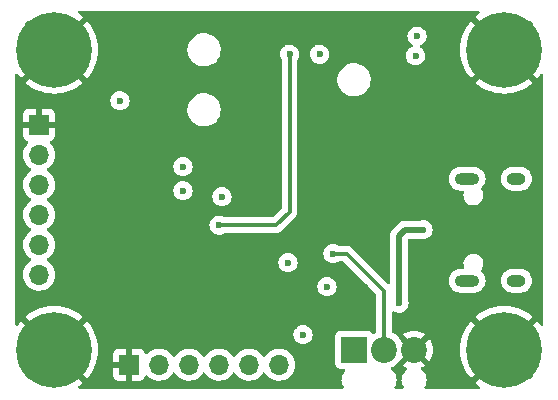
<source format=gbr>
%TF.GenerationSoftware,KiCad,Pcbnew,(6.0.5)*%
%TF.CreationDate,2022-06-21T13:53:18+02:00*%
%TF.ProjectId,usb-c_demo1,7573622d-635f-4646-956d-6f312e6b6963,rev?*%
%TF.SameCoordinates,Original*%
%TF.FileFunction,Copper,L4,Bot*%
%TF.FilePolarity,Positive*%
%FSLAX46Y46*%
G04 Gerber Fmt 4.6, Leading zero omitted, Abs format (unit mm)*
G04 Created by KiCad (PCBNEW (6.0.5)) date 2022-06-21 13:53:18*
%MOMM*%
%LPD*%
G01*
G04 APERTURE LIST*
%TA.AperFunction,ComponentPad*%
%ADD10O,1.600000X1.000000*%
%TD*%
%TA.AperFunction,ComponentPad*%
%ADD11O,2.100000X1.000000*%
%TD*%
%TA.AperFunction,ComponentPad*%
%ADD12R,1.700000X1.700000*%
%TD*%
%TA.AperFunction,ComponentPad*%
%ADD13O,1.700000X1.700000*%
%TD*%
%TA.AperFunction,ComponentPad*%
%ADD14R,2.200000X2.200000*%
%TD*%
%TA.AperFunction,ComponentPad*%
%ADD15C,2.200000*%
%TD*%
%TA.AperFunction,ComponentPad*%
%ADD16C,6.400000*%
%TD*%
%TA.AperFunction,ComponentPad*%
%ADD17C,0.800000*%
%TD*%
%TA.AperFunction,ViaPad*%
%ADD18C,0.600000*%
%TD*%
%TA.AperFunction,Conductor*%
%ADD19C,0.500000*%
%TD*%
%TA.AperFunction,Conductor*%
%ADD20C,0.300000*%
%TD*%
G04 APERTURE END LIST*
D10*
%TO.P,J1,S1,SHIELD*%
%TO.N,unconnected-(J1-PadS1)*%
X69630000Y-67820000D03*
D11*
X65450000Y-59180000D03*
D10*
X69630000Y-59180000D03*
D11*
X65450000Y-67820000D03*
%TD*%
D12*
%TO.P,J4,1,Pin_1*%
%TO.N,GND*%
X36830000Y-74930000D03*
D13*
%TO.P,J4,2,Pin_2*%
%TO.N,+3V3*%
X39370000Y-74930000D03*
%TO.P,J4,3,Pin_3*%
%TO.N,PA4*%
X41910000Y-74930000D03*
%TO.P,J4,4,Pin_4*%
%TO.N,PA5*%
X44450000Y-74930000D03*
%TO.P,J4,5,Pin_5*%
%TO.N,PA6*%
X46990000Y-74930000D03*
%TO.P,J4,6,Pin_6*%
%TO.N,PA7*%
X49530000Y-74930000D03*
%TD*%
D12*
%TO.P,J5,1,Pin_1*%
%TO.N,GND*%
X29210000Y-54610000D03*
D13*
%TO.P,J5,2,Pin_2*%
%TO.N,+3V3*%
X29210000Y-57150000D03*
%TO.P,J5,3,Pin_3*%
%TO.N,PA0*%
X29210000Y-59690000D03*
%TO.P,J5,4,Pin_4*%
%TO.N,PA1*%
X29210000Y-62230000D03*
%TO.P,J5,5,Pin_5*%
%TO.N,PA2*%
X29210000Y-64770000D03*
%TO.P,J5,6,Pin_6*%
%TO.N,PA3*%
X29210000Y-67310000D03*
%TD*%
D14*
%TO.P,J3,1,Pin_1*%
%TO.N,/VBUS*%
X55880000Y-73660000D03*
D15*
%TO.P,J3,2,Pin_2*%
%TO.N,PIXEL*%
X58420000Y-73660000D03*
%TO.P,J3,3,Pin_3*%
%TO.N,GND*%
X60960000Y-73660000D03*
%TD*%
D16*
%TO.P,H3,1,1*%
%TO.N,GND*%
X30480000Y-48260000D03*
D17*
X30480000Y-45860000D03*
X28080000Y-48260000D03*
X28782944Y-49957056D03*
X32177056Y-49957056D03*
X30480000Y-50660000D03*
X28782944Y-46562944D03*
X32177056Y-46562944D03*
X32880000Y-48260000D03*
%TD*%
D16*
%TO.P,H1,1,1*%
%TO.N,GND*%
X68580000Y-48260000D03*
D17*
X68580000Y-50660000D03*
X70980000Y-48260000D03*
X70277056Y-46562944D03*
X70277056Y-49957056D03*
X66180000Y-48260000D03*
X68580000Y-45860000D03*
X66882944Y-49957056D03*
X66882944Y-46562944D03*
%TD*%
%TO.P,H2,1,1*%
%TO.N,GND*%
X28080000Y-73660000D03*
X32177056Y-71962944D03*
X28782944Y-71962944D03*
X32177056Y-75357056D03*
X30480000Y-76060000D03*
X28782944Y-75357056D03*
X32880000Y-73660000D03*
D16*
X30480000Y-73660000D03*
D17*
X30480000Y-71260000D03*
%TD*%
%TO.P,H4,1,1*%
%TO.N,GND*%
X66882944Y-75357056D03*
X70277056Y-75357056D03*
X68580000Y-71260000D03*
X66882944Y-71962944D03*
X70277056Y-71962944D03*
D16*
X68580000Y-73660000D03*
D17*
X66180000Y-73660000D03*
X68580000Y-76060000D03*
X70980000Y-73660000D03*
%TD*%
D18*
%TO.N,GND*%
X47752000Y-61468000D03*
X50927000Y-67691000D03*
X48641000Y-66548000D03*
X63500000Y-66802000D03*
X56769000Y-68326000D03*
X57912000Y-66548000D03*
X63500000Y-47879000D03*
X37338000Y-58166000D03*
X47498000Y-72390000D03*
X53213000Y-73914000D03*
X35052000Y-65659000D03*
X38354000Y-60198000D03*
X33020000Y-54229000D03*
X51943000Y-54229000D03*
X37846000Y-66802000D03*
X34036000Y-62611000D03*
X57023000Y-46482000D03*
X31623000Y-65913000D03*
X31877000Y-62992000D03*
X49530000Y-72390000D03*
X63500000Y-54229000D03*
X57785000Y-53721000D03*
X34290000Y-56134000D03*
X36068000Y-45720000D03*
X47879000Y-48641000D03*
X70104000Y-61595000D03*
X48133000Y-53975000D03*
X61976000Y-51181000D03*
X63500000Y-60198000D03*
X59690000Y-61468000D03*
X38227000Y-71628000D03*
X38354000Y-58166000D03*
X46482000Y-65278000D03*
X38354000Y-45720000D03*
X56007000Y-58674000D03*
X57912000Y-60452000D03*
X37592000Y-60325000D03*
X44704000Y-58166000D03*
%TO.N,/VBUS*%
X59690000Y-69723000D03*
X61722000Y-63500000D03*
%TO.N,NRST*%
X44450000Y-63119000D03*
X50419000Y-48641000D03*
%TO.N,+3V3*%
X41402000Y-60198000D03*
X36068000Y-52578000D03*
X53594000Y-68326000D03*
X44704000Y-60706000D03*
X41402000Y-58166000D03*
X50292000Y-66294000D03*
X61087000Y-48768000D03*
X52959000Y-48641000D03*
X61214000Y-47117000D03*
X51562000Y-72390000D03*
%TO.N,PIXEL*%
X54102000Y-65532000D03*
%TD*%
D19*
%TO.N,/VBUS*%
X59690000Y-64008000D02*
X59690000Y-69723000D01*
X61722000Y-63500000D02*
X60198000Y-63500000D01*
X60198000Y-63500000D02*
X59690000Y-64008000D01*
D20*
%TO.N,NRST*%
X50419000Y-61976000D02*
X50419000Y-48641000D01*
X49276000Y-63119000D02*
X50419000Y-61976000D01*
X44450000Y-63119000D02*
X49276000Y-63119000D01*
%TO.N,PIXEL*%
X55245000Y-65532000D02*
X54102000Y-65532000D01*
X58420000Y-73660000D02*
X58420000Y-68707000D01*
X58420000Y-68707000D02*
X55245000Y-65532000D01*
%TD*%
%TA.AperFunction,Conductor*%
%TO.N,GND*%
G36*
X66498437Y-44978502D02*
G01*
X66544930Y-45032158D01*
X66555034Y-45102432D01*
X66525540Y-45167012D01*
X66498940Y-45190173D01*
X66400265Y-45254253D01*
X66394939Y-45258123D01*
X66156165Y-45451478D01*
X66147700Y-45463733D01*
X66154034Y-45474824D01*
X71364310Y-50685100D01*
X71377386Y-50692241D01*
X71387753Y-50684784D01*
X71581877Y-50445061D01*
X71585747Y-50439735D01*
X71649827Y-50341060D01*
X71703704Y-50294823D01*
X71774025Y-50285053D01*
X71838465Y-50314853D01*
X71876564Y-50374761D01*
X71881500Y-50409684D01*
X71881500Y-71510316D01*
X71861498Y-71578437D01*
X71807842Y-71624930D01*
X71737568Y-71635034D01*
X71672988Y-71605540D01*
X71649827Y-71578940D01*
X71585747Y-71480265D01*
X71581877Y-71474939D01*
X71388522Y-71236165D01*
X71376267Y-71227700D01*
X71365176Y-71234034D01*
X66154900Y-76444310D01*
X66147759Y-76457386D01*
X66155216Y-76467753D01*
X66394935Y-76661874D01*
X66400272Y-76665751D01*
X66498941Y-76729828D01*
X66545178Y-76783704D01*
X66554947Y-76854025D01*
X66525147Y-76918465D01*
X66465238Y-76956564D01*
X66430316Y-76961500D01*
X61962999Y-76961500D01*
X61894878Y-76941498D01*
X61848385Y-76887842D01*
X61838281Y-76817568D01*
X61852162Y-76775575D01*
X61940514Y-76612170D01*
X62001898Y-76413871D01*
X62003429Y-76399303D01*
X62022952Y-76213554D01*
X62022952Y-76213552D01*
X62023596Y-76207425D01*
X62009200Y-76049242D01*
X62005341Y-76006836D01*
X62005340Y-76006833D01*
X62004782Y-76000697D01*
X62002298Y-75992255D01*
X61952974Y-75824669D01*
X61946173Y-75801560D01*
X61850001Y-75617600D01*
X61825380Y-75586977D01*
X61766385Y-75513603D01*
X61719929Y-75455823D01*
X61715209Y-75451862D01*
X61583688Y-75341503D01*
X61544361Y-75282393D01*
X61543235Y-75211405D01*
X61580666Y-75151078D01*
X61616461Y-75128572D01*
X61687700Y-75099064D01*
X61696494Y-75094583D01*
X61891167Y-74975287D01*
X61900627Y-74964830D01*
X61896844Y-74956054D01*
X60972812Y-74032022D01*
X60958868Y-74024408D01*
X60957035Y-74024539D01*
X60950420Y-74028790D01*
X60026200Y-74953010D01*
X60019440Y-74965390D01*
X60025167Y-74973040D01*
X60223506Y-75094583D01*
X60232300Y-75099064D01*
X60304503Y-75128971D01*
X60359784Y-75173519D01*
X60382205Y-75240883D01*
X60364647Y-75309674D01*
X60335921Y-75343023D01*
X60215311Y-75441390D01*
X60215308Y-75441393D01*
X60210536Y-75445285D01*
X60206608Y-75450033D01*
X60206607Y-75450034D01*
X60154018Y-75513603D01*
X60078217Y-75605230D01*
X60075288Y-75610647D01*
X60075286Y-75610650D01*
X59982416Y-75782410D01*
X59982414Y-75782415D01*
X59979486Y-75787830D01*
X59918102Y-75986129D01*
X59917458Y-75992254D01*
X59917458Y-75992255D01*
X59899704Y-76161181D01*
X59896404Y-76192575D01*
X59915218Y-76399303D01*
X59916956Y-76405209D01*
X59916957Y-76405213D01*
X59935364Y-76467753D01*
X59973827Y-76598440D01*
X59976681Y-76603899D01*
X60067241Y-76777125D01*
X60081075Y-76846761D01*
X60055065Y-76912821D01*
X59997469Y-76954333D01*
X59955579Y-76961500D01*
X59422999Y-76961500D01*
X59354878Y-76941498D01*
X59308385Y-76887842D01*
X59298281Y-76817568D01*
X59312162Y-76775575D01*
X59400514Y-76612170D01*
X59461898Y-76413871D01*
X59463429Y-76399303D01*
X59482952Y-76213554D01*
X59482952Y-76213552D01*
X59483596Y-76207425D01*
X59469200Y-76049242D01*
X59465341Y-76006836D01*
X59465340Y-76006833D01*
X59464782Y-76000697D01*
X59462298Y-75992255D01*
X59412974Y-75824669D01*
X59406173Y-75801560D01*
X59310001Y-75617600D01*
X59285380Y-75586977D01*
X59226385Y-75513603D01*
X59179929Y-75455823D01*
X59175210Y-75451863D01*
X59175209Y-75451862D01*
X59044119Y-75341864D01*
X59004793Y-75282755D01*
X59003667Y-75211767D01*
X59041098Y-75151439D01*
X59076892Y-75128935D01*
X59107919Y-75116083D01*
X59147928Y-75099511D01*
X59147932Y-75099509D01*
X59152502Y-75097616D01*
X59368376Y-74965328D01*
X59560898Y-74800898D01*
X59725328Y-74608376D01*
X59832936Y-74432776D01*
X59851274Y-74409516D01*
X60587978Y-73672812D01*
X60594356Y-73661132D01*
X61324408Y-73661132D01*
X61324539Y-73662965D01*
X61328790Y-73669580D01*
X62253010Y-74593800D01*
X62265390Y-74600560D01*
X62273040Y-74594833D01*
X62394583Y-74396494D01*
X62399064Y-74387700D01*
X62492134Y-74163009D01*
X62495183Y-74153624D01*
X62551959Y-73917137D01*
X62553502Y-73907390D01*
X62572584Y-73664930D01*
X62572584Y-73663301D01*
X64867084Y-73663301D01*
X64887080Y-74044833D01*
X64887766Y-74051371D01*
X64947535Y-74428734D01*
X64948906Y-74435184D01*
X65047788Y-74804216D01*
X65049829Y-74810498D01*
X65186740Y-75167164D01*
X65189422Y-75173189D01*
X65362872Y-75513603D01*
X65366169Y-75519313D01*
X65574253Y-75839735D01*
X65578123Y-75845061D01*
X65771478Y-76083835D01*
X65783733Y-76092300D01*
X65794824Y-76085966D01*
X68207978Y-73672812D01*
X68215592Y-73658868D01*
X68215461Y-73657035D01*
X68211210Y-73650420D01*
X65795690Y-71234900D01*
X65782614Y-71227759D01*
X65772247Y-71235216D01*
X65578123Y-71474939D01*
X65574253Y-71480265D01*
X65366169Y-71800687D01*
X65362872Y-71806397D01*
X65189422Y-72146811D01*
X65186740Y-72152836D01*
X65049829Y-72509502D01*
X65047788Y-72515784D01*
X64948906Y-72884816D01*
X64947535Y-72891266D01*
X64887766Y-73268629D01*
X64887080Y-73275167D01*
X64867084Y-73656699D01*
X64867084Y-73663301D01*
X62572584Y-73663301D01*
X62572584Y-73655070D01*
X62553502Y-73412610D01*
X62551959Y-73402863D01*
X62495183Y-73166376D01*
X62492134Y-73156991D01*
X62399064Y-72932300D01*
X62394583Y-72923506D01*
X62275287Y-72728833D01*
X62264830Y-72719373D01*
X62256054Y-72723156D01*
X61332022Y-73647188D01*
X61324408Y-73661132D01*
X60594356Y-73661132D01*
X60595592Y-73658868D01*
X60595461Y-73657035D01*
X60591210Y-73650420D01*
X59851274Y-72910484D01*
X59832936Y-72887224D01*
X59737369Y-72731273D01*
X59725328Y-72711624D01*
X59560898Y-72519102D01*
X59368959Y-72355170D01*
X60019373Y-72355170D01*
X60023156Y-72363946D01*
X60947188Y-73287978D01*
X60961132Y-73295592D01*
X60962965Y-73295461D01*
X60969580Y-73291210D01*
X61893800Y-72366990D01*
X61900560Y-72354610D01*
X61894833Y-72346960D01*
X61696494Y-72225417D01*
X61687700Y-72220936D01*
X61463009Y-72127866D01*
X61453624Y-72124817D01*
X61217137Y-72068041D01*
X61207390Y-72066498D01*
X60964930Y-72047416D01*
X60955070Y-72047416D01*
X60712610Y-72066498D01*
X60702863Y-72068041D01*
X60466376Y-72124817D01*
X60456991Y-72127866D01*
X60232300Y-72220936D01*
X60223506Y-72225417D01*
X60028833Y-72344713D01*
X60019373Y-72355170D01*
X59368959Y-72355170D01*
X59368376Y-72354672D01*
X59152502Y-72222384D01*
X59147927Y-72220489D01*
X59147299Y-72220169D01*
X59095683Y-72171422D01*
X59078500Y-72107901D01*
X59078500Y-70863733D01*
X66147700Y-70863733D01*
X66154034Y-70874824D01*
X68567188Y-73287978D01*
X68581132Y-73295592D01*
X68582965Y-73295461D01*
X68589580Y-73291210D01*
X71005100Y-70875690D01*
X71012241Y-70862614D01*
X71004784Y-70852247D01*
X70765065Y-70658126D01*
X70759728Y-70654249D01*
X70439315Y-70446170D01*
X70433606Y-70442873D01*
X70093189Y-70269422D01*
X70087164Y-70266740D01*
X69730498Y-70129829D01*
X69724216Y-70127788D01*
X69355184Y-70028906D01*
X69348734Y-70027535D01*
X68971371Y-69967766D01*
X68964833Y-69967080D01*
X68583301Y-69947084D01*
X68576699Y-69947084D01*
X68195167Y-69967080D01*
X68188629Y-69967766D01*
X67811266Y-70027535D01*
X67804816Y-70028906D01*
X67435784Y-70127788D01*
X67429502Y-70129829D01*
X67072836Y-70266740D01*
X67066811Y-70269422D01*
X66726397Y-70442872D01*
X66720687Y-70446169D01*
X66400265Y-70654253D01*
X66394939Y-70658123D01*
X66156165Y-70851478D01*
X66147700Y-70863733D01*
X59078500Y-70863733D01*
X59078500Y-70522154D01*
X59098502Y-70454033D01*
X59152158Y-70407540D01*
X59222432Y-70397436D01*
X59273493Y-70416721D01*
X59323159Y-70449222D01*
X59329763Y-70451678D01*
X59329765Y-70451679D01*
X59486558Y-70509990D01*
X59486560Y-70509990D01*
X59493168Y-70512448D01*
X59565910Y-70522154D01*
X59665980Y-70535507D01*
X59665984Y-70535507D01*
X59672961Y-70536438D01*
X59679972Y-70535800D01*
X59679976Y-70535800D01*
X59829910Y-70522154D01*
X59853600Y-70519998D01*
X59860302Y-70517820D01*
X59860304Y-70517820D01*
X60019409Y-70466124D01*
X60019412Y-70466123D01*
X60026108Y-70463947D01*
X60181912Y-70371069D01*
X60313266Y-70245982D01*
X60413643Y-70094902D01*
X60462199Y-69967080D01*
X60475555Y-69931920D01*
X60475556Y-69931918D01*
X60478055Y-69925338D01*
X60503299Y-69745717D01*
X60503616Y-69723000D01*
X60483397Y-69542745D01*
X60455509Y-69462662D01*
X60448500Y-69421225D01*
X60448500Y-67812925D01*
X63886645Y-67812925D01*
X63887933Y-67827075D01*
X63902128Y-67983050D01*
X63904570Y-68009888D01*
X63960410Y-68199619D01*
X63963263Y-68205077D01*
X63963265Y-68205081D01*
X63988130Y-68252643D01*
X64052040Y-68374890D01*
X64175968Y-68529025D01*
X64180692Y-68532989D01*
X64190455Y-68541181D01*
X64327474Y-68656154D01*
X64332872Y-68659121D01*
X64332877Y-68659125D01*
X64414093Y-68703773D01*
X64500787Y-68751433D01*
X64506654Y-68753294D01*
X64506656Y-68753295D01*
X64683436Y-68809373D01*
X64689306Y-68811235D01*
X64843227Y-68828500D01*
X66049769Y-68828500D01*
X66052825Y-68828200D01*
X66052832Y-68828200D01*
X66111736Y-68822424D01*
X66196833Y-68814080D01*
X66202734Y-68812298D01*
X66202736Y-68812298D01*
X66276053Y-68790162D01*
X66386169Y-68756916D01*
X66560796Y-68664066D01*
X66647062Y-68593709D01*
X66709287Y-68542960D01*
X66709290Y-68542957D01*
X66714062Y-68539065D01*
X66744854Y-68501844D01*
X66836201Y-68391425D01*
X66836203Y-68391421D01*
X66840130Y-68386675D01*
X66934198Y-68212701D01*
X66992682Y-68023768D01*
X67013355Y-67827075D01*
X67012067Y-67812925D01*
X68316645Y-67812925D01*
X68317933Y-67827075D01*
X68332128Y-67983050D01*
X68334570Y-68009888D01*
X68390410Y-68199619D01*
X68393263Y-68205077D01*
X68393265Y-68205081D01*
X68418130Y-68252643D01*
X68482040Y-68374890D01*
X68605968Y-68529025D01*
X68610692Y-68532989D01*
X68620455Y-68541181D01*
X68757474Y-68656154D01*
X68762872Y-68659121D01*
X68762877Y-68659125D01*
X68844093Y-68703773D01*
X68930787Y-68751433D01*
X68936654Y-68753294D01*
X68936656Y-68753295D01*
X69113436Y-68809373D01*
X69119306Y-68811235D01*
X69273227Y-68828500D01*
X69979769Y-68828500D01*
X69982825Y-68828200D01*
X69982832Y-68828200D01*
X70041736Y-68822424D01*
X70126833Y-68814080D01*
X70132734Y-68812298D01*
X70132736Y-68812298D01*
X70206053Y-68790162D01*
X70316169Y-68756916D01*
X70490796Y-68664066D01*
X70577062Y-68593709D01*
X70639287Y-68542960D01*
X70639290Y-68542957D01*
X70644062Y-68539065D01*
X70674854Y-68501844D01*
X70766201Y-68391425D01*
X70766203Y-68391421D01*
X70770130Y-68386675D01*
X70864198Y-68212701D01*
X70922682Y-68023768D01*
X70943355Y-67827075D01*
X70925430Y-67630112D01*
X70917458Y-67603023D01*
X70890787Y-67512404D01*
X70869590Y-67440381D01*
X70859919Y-67421881D01*
X70801428Y-67310000D01*
X70777960Y-67265110D01*
X70654032Y-67110975D01*
X70649057Y-67106800D01*
X70566020Y-67037124D01*
X70502526Y-66983846D01*
X70497128Y-66980879D01*
X70497123Y-66980875D01*
X70334608Y-66891533D01*
X70334609Y-66891533D01*
X70329213Y-66888567D01*
X70323346Y-66886706D01*
X70323344Y-66886705D01*
X70146564Y-66830627D01*
X70146563Y-66830627D01*
X70140694Y-66828765D01*
X69986773Y-66811500D01*
X69280231Y-66811500D01*
X69277175Y-66811800D01*
X69277168Y-66811800D01*
X69224322Y-66816982D01*
X69133167Y-66825920D01*
X69127266Y-66827702D01*
X69127264Y-66827702D01*
X69053947Y-66849838D01*
X68943831Y-66883084D01*
X68769204Y-66975934D01*
X68719632Y-67016364D01*
X68620713Y-67097040D01*
X68620710Y-67097043D01*
X68615938Y-67100935D01*
X68612011Y-67105682D01*
X68612009Y-67105684D01*
X68493799Y-67248575D01*
X68493797Y-67248579D01*
X68489870Y-67253325D01*
X68395802Y-67427299D01*
X68337318Y-67616232D01*
X68316645Y-67812925D01*
X67012067Y-67812925D01*
X66995430Y-67630112D01*
X66987458Y-67603023D01*
X66960787Y-67512404D01*
X66939590Y-67440381D01*
X66929919Y-67421881D01*
X66871428Y-67310000D01*
X66847960Y-67265110D01*
X66724032Y-67110975D01*
X66667171Y-67063263D01*
X66627846Y-67004154D01*
X66626720Y-66933167D01*
X66643952Y-66895920D01*
X66716442Y-66789255D01*
X66720277Y-66783612D01*
X66787530Y-66615466D01*
X66788644Y-66608738D01*
X66788645Y-66608734D01*
X66815993Y-66443539D01*
X66815993Y-66443536D01*
X66817108Y-66436802D01*
X66812287Y-66344800D01*
X66807987Y-66262766D01*
X66807630Y-66255953D01*
X66789602Y-66190500D01*
X66761352Y-66087941D01*
X66759539Y-66081359D01*
X66675078Y-65921164D01*
X66670673Y-65915951D01*
X66670670Y-65915947D01*
X66562594Y-65788057D01*
X66562590Y-65788053D01*
X66558187Y-65782843D01*
X66552762Y-65778695D01*
X66419743Y-65676994D01*
X66419739Y-65676991D01*
X66414322Y-65672850D01*
X66309186Y-65623825D01*
X66256369Y-65599195D01*
X66256366Y-65599194D01*
X66250192Y-65596315D01*
X66243544Y-65594829D01*
X66243541Y-65594828D01*
X66099928Y-65562727D01*
X66073457Y-65556810D01*
X66067912Y-65556500D01*
X65934756Y-65556500D01*
X65799963Y-65571143D01*
X65716609Y-65599195D01*
X65634796Y-65626728D01*
X65634794Y-65626729D01*
X65628325Y-65628906D01*
X65473095Y-65722177D01*
X65468138Y-65726865D01*
X65468135Y-65726867D01*
X65346473Y-65841918D01*
X65341515Y-65846607D01*
X65337683Y-65852245D01*
X65337680Y-65852249D01*
X65276381Y-65942448D01*
X65239723Y-65996388D01*
X65172470Y-66164534D01*
X65171356Y-66171262D01*
X65171355Y-66171266D01*
X65145137Y-66329637D01*
X65142892Y-66343198D01*
X65143249Y-66350015D01*
X65143249Y-66350019D01*
X65148601Y-66452138D01*
X65152370Y-66524047D01*
X65154181Y-66530620D01*
X65154181Y-66530623D01*
X65187625Y-66652040D01*
X65186431Y-66723027D01*
X65147048Y-66782099D01*
X65081981Y-66810501D01*
X65066149Y-66811500D01*
X64850231Y-66811500D01*
X64847175Y-66811800D01*
X64847168Y-66811800D01*
X64794322Y-66816982D01*
X64703167Y-66825920D01*
X64697266Y-66827702D01*
X64697264Y-66827702D01*
X64623947Y-66849838D01*
X64513831Y-66883084D01*
X64339204Y-66975934D01*
X64289632Y-67016364D01*
X64190713Y-67097040D01*
X64190710Y-67097043D01*
X64185938Y-67100935D01*
X64182011Y-67105682D01*
X64182009Y-67105684D01*
X64063799Y-67248575D01*
X64063797Y-67248579D01*
X64059870Y-67253325D01*
X63965802Y-67427299D01*
X63907318Y-67616232D01*
X63886645Y-67812925D01*
X60448500Y-67812925D01*
X60448500Y-64384500D01*
X60468502Y-64316379D01*
X60522158Y-64269886D01*
X60574500Y-64258500D01*
X61419282Y-64258500D01*
X61463202Y-64266403D01*
X61518558Y-64286990D01*
X61518560Y-64286991D01*
X61525168Y-64289448D01*
X61608995Y-64300633D01*
X61697980Y-64312507D01*
X61697984Y-64312507D01*
X61704961Y-64313438D01*
X61711972Y-64312800D01*
X61711976Y-64312800D01*
X61860251Y-64299305D01*
X61885600Y-64296998D01*
X61892302Y-64294820D01*
X61892304Y-64294820D01*
X62051409Y-64243124D01*
X62051412Y-64243123D01*
X62058108Y-64240947D01*
X62213912Y-64148069D01*
X62345266Y-64022982D01*
X62445643Y-63871902D01*
X62490289Y-63754373D01*
X62507555Y-63708920D01*
X62507556Y-63708918D01*
X62510055Y-63702338D01*
X62513648Y-63676775D01*
X62534748Y-63526639D01*
X62534748Y-63526636D01*
X62535299Y-63522717D01*
X62535616Y-63500000D01*
X62515397Y-63319745D01*
X62501957Y-63281151D01*
X62458064Y-63155106D01*
X62458062Y-63155103D01*
X62455745Y-63148448D01*
X62387349Y-63038990D01*
X62363359Y-63000598D01*
X62359626Y-62994624D01*
X62297514Y-62932077D01*
X62236778Y-62870915D01*
X62236774Y-62870912D01*
X62231815Y-62865918D01*
X62198249Y-62844616D01*
X62101396Y-62783152D01*
X62078666Y-62768727D01*
X62027608Y-62750546D01*
X61914425Y-62710243D01*
X61914420Y-62710242D01*
X61907790Y-62707881D01*
X61900802Y-62707048D01*
X61900799Y-62707047D01*
X61777698Y-62692368D01*
X61727680Y-62686404D01*
X61720677Y-62687140D01*
X61720676Y-62687140D01*
X61554288Y-62704628D01*
X61554286Y-62704629D01*
X61547288Y-62705364D01*
X61484152Y-62726857D01*
X61460884Y-62734778D01*
X61420279Y-62741500D01*
X60265063Y-62741500D01*
X60246114Y-62740067D01*
X60245907Y-62740036D01*
X60224651Y-62736802D01*
X60217359Y-62737395D01*
X60217356Y-62737395D01*
X60171991Y-62741085D01*
X60161777Y-62741500D01*
X60153707Y-62741500D01*
X60150087Y-62741922D01*
X60150069Y-62741923D01*
X60125461Y-62744792D01*
X60121100Y-62745224D01*
X60095981Y-62747267D01*
X60055661Y-62750546D01*
X60055658Y-62750547D01*
X60048363Y-62751140D01*
X60041399Y-62753396D01*
X60035440Y-62754587D01*
X60029585Y-62755971D01*
X60022319Y-62756818D01*
X59953673Y-62781735D01*
X59949545Y-62783152D01*
X59887064Y-62803393D01*
X59887062Y-62803394D01*
X59880101Y-62805649D01*
X59873846Y-62809445D01*
X59868372Y-62811951D01*
X59862942Y-62814670D01*
X59856063Y-62817167D01*
X59795016Y-62857191D01*
X59791327Y-62859518D01*
X59787002Y-62862143D01*
X59733693Y-62894491D01*
X59733688Y-62894495D01*
X59728892Y-62897405D01*
X59720516Y-62904803D01*
X59720493Y-62904777D01*
X59717503Y-62907426D01*
X59714264Y-62910134D01*
X59708148Y-62914144D01*
X59703121Y-62919451D01*
X59703117Y-62919454D01*
X59654872Y-62970383D01*
X59652494Y-62972825D01*
X59201089Y-63424230D01*
X59186677Y-63436616D01*
X59175082Y-63445149D01*
X59175077Y-63445154D01*
X59169182Y-63449492D01*
X59164443Y-63455070D01*
X59164440Y-63455073D01*
X59134965Y-63489768D01*
X59128035Y-63497284D01*
X59122340Y-63502979D01*
X59120060Y-63505861D01*
X59104719Y-63525251D01*
X59101928Y-63528655D01*
X59076600Y-63558468D01*
X59054667Y-63584285D01*
X59051339Y-63590801D01*
X59047972Y-63595850D01*
X59044805Y-63600979D01*
X59040266Y-63606716D01*
X59009345Y-63672875D01*
X59007442Y-63676769D01*
X58974231Y-63741808D01*
X58972492Y-63748916D01*
X58970393Y-63754559D01*
X58968476Y-63760322D01*
X58965378Y-63766950D01*
X58963888Y-63774112D01*
X58963888Y-63774113D01*
X58950514Y-63838412D01*
X58949544Y-63842696D01*
X58932192Y-63913610D01*
X58931500Y-63924764D01*
X58931464Y-63924762D01*
X58931225Y-63928755D01*
X58930851Y-63932947D01*
X58929360Y-63940115D01*
X58929558Y-63947432D01*
X58931454Y-64017521D01*
X58931500Y-64020928D01*
X58931500Y-67983050D01*
X58911498Y-68051171D01*
X58857842Y-68097664D01*
X58787568Y-68107768D01*
X58722988Y-68078274D01*
X58716405Y-68072145D01*
X55768655Y-65124395D01*
X55760665Y-65115615D01*
X55760663Y-65115613D01*
X55756416Y-65108920D01*
X55704742Y-65060395D01*
X55701901Y-65057641D01*
X55681333Y-65037073D01*
X55677826Y-65034353D01*
X55668804Y-65026647D01*
X55640913Y-65000456D01*
X55635133Y-64995028D01*
X55628181Y-64991206D01*
X55616342Y-64984697D01*
X55599818Y-64973843D01*
X55589132Y-64965555D01*
X55582868Y-64960696D01*
X55575596Y-64957549D01*
X55575594Y-64957548D01*
X55540465Y-64942346D01*
X55529805Y-64937124D01*
X55496284Y-64918695D01*
X55496282Y-64918694D01*
X55489337Y-64914876D01*
X55468559Y-64909541D01*
X55449869Y-64903142D01*
X55430176Y-64894620D01*
X55384552Y-64887394D01*
X55372929Y-64884987D01*
X55344928Y-64877798D01*
X55328188Y-64873500D01*
X55306741Y-64873500D01*
X55287031Y-64871949D01*
X55273677Y-64869834D01*
X55265848Y-64868594D01*
X55219859Y-64872941D01*
X55208004Y-64873500D01*
X54609944Y-64873500D01*
X54542430Y-64853885D01*
X54509898Y-64833240D01*
X54458666Y-64800727D01*
X54429463Y-64790328D01*
X54294425Y-64742243D01*
X54294420Y-64742242D01*
X54287790Y-64739881D01*
X54280802Y-64739048D01*
X54280799Y-64739047D01*
X54157698Y-64724368D01*
X54107680Y-64718404D01*
X54100677Y-64719140D01*
X54100676Y-64719140D01*
X53934288Y-64736628D01*
X53934286Y-64736629D01*
X53927288Y-64737364D01*
X53755579Y-64795818D01*
X53749575Y-64799512D01*
X53607095Y-64887166D01*
X53607092Y-64887168D01*
X53601088Y-64890862D01*
X53596053Y-64895793D01*
X53596050Y-64895795D01*
X53510145Y-64979920D01*
X53471493Y-65017771D01*
X53373235Y-65170238D01*
X53370826Y-65176858D01*
X53370824Y-65176861D01*
X53313606Y-65334066D01*
X53311197Y-65340685D01*
X53288463Y-65520640D01*
X53306163Y-65701160D01*
X53363418Y-65873273D01*
X53367065Y-65879295D01*
X53367066Y-65879297D01*
X53409344Y-65949106D01*
X53457380Y-66028424D01*
X53462269Y-66033487D01*
X53462270Y-66033488D01*
X53533348Y-66107091D01*
X53583382Y-66158902D01*
X53735159Y-66258222D01*
X53741763Y-66260678D01*
X53741765Y-66260679D01*
X53898558Y-66318990D01*
X53898560Y-66318990D01*
X53905168Y-66321448D01*
X53988995Y-66332633D01*
X54077980Y-66344507D01*
X54077984Y-66344507D01*
X54084961Y-66345438D01*
X54091972Y-66344800D01*
X54091976Y-66344800D01*
X54234459Y-66331832D01*
X54265600Y-66328998D01*
X54272302Y-66326820D01*
X54272304Y-66326820D01*
X54431409Y-66275124D01*
X54431412Y-66275123D01*
X54438108Y-66272947D01*
X54546603Y-66208271D01*
X54611120Y-66190500D01*
X54920050Y-66190500D01*
X54988171Y-66210502D01*
X55009145Y-66227405D01*
X57724595Y-68942855D01*
X57758621Y-69005167D01*
X57761500Y-69031950D01*
X57761500Y-72107901D01*
X57741498Y-72176022D01*
X57692701Y-72220169D01*
X57692073Y-72220489D01*
X57687498Y-72222384D01*
X57683278Y-72224970D01*
X57562614Y-72298913D01*
X57494080Y-72317451D01*
X57426404Y-72295995D01*
X57395953Y-72267046D01*
X57364754Y-72225417D01*
X57343261Y-72196739D01*
X57226705Y-72109385D01*
X57090316Y-72058255D01*
X57028134Y-72051500D01*
X54731866Y-72051500D01*
X54669684Y-72058255D01*
X54533295Y-72109385D01*
X54416739Y-72196739D01*
X54329385Y-72313295D01*
X54278255Y-72449684D01*
X54271500Y-72511866D01*
X54271500Y-74808134D01*
X54278255Y-74870316D01*
X54329385Y-75006705D01*
X54416739Y-75123261D01*
X54533295Y-75210615D01*
X54669684Y-75261745D01*
X54731866Y-75268500D01*
X55009022Y-75268500D01*
X55077143Y-75288502D01*
X55123636Y-75342158D01*
X55133740Y-75412432D01*
X55106106Y-75474815D01*
X54998217Y-75605230D01*
X54995288Y-75610647D01*
X54995286Y-75610650D01*
X54902416Y-75782410D01*
X54902414Y-75782415D01*
X54899486Y-75787830D01*
X54838102Y-75986129D01*
X54837458Y-75992254D01*
X54837458Y-75992255D01*
X54819704Y-76161181D01*
X54816404Y-76192575D01*
X54835218Y-76399303D01*
X54836956Y-76405209D01*
X54836957Y-76405213D01*
X54855364Y-76467753D01*
X54893827Y-76598440D01*
X54896681Y-76603899D01*
X54987241Y-76777125D01*
X55001075Y-76846761D01*
X54975065Y-76912821D01*
X54917469Y-76954333D01*
X54875579Y-76961500D01*
X32629684Y-76961500D01*
X32561563Y-76941498D01*
X32515070Y-76887842D01*
X32504966Y-76817568D01*
X32534460Y-76752988D01*
X32561059Y-76729828D01*
X32659728Y-76665751D01*
X32665065Y-76661874D01*
X32903835Y-76468522D01*
X32912300Y-76456267D01*
X32905966Y-76445176D01*
X30121922Y-73661132D01*
X30844408Y-73661132D01*
X30844539Y-73662965D01*
X30848790Y-73669580D01*
X33264310Y-76085100D01*
X33277386Y-76092241D01*
X33287753Y-76084784D01*
X33481877Y-75845061D01*
X33485747Y-75839735D01*
X33495531Y-75824669D01*
X35472001Y-75824669D01*
X35472371Y-75831490D01*
X35477895Y-75882352D01*
X35481521Y-75897604D01*
X35526676Y-76018054D01*
X35535214Y-76033649D01*
X35611715Y-76135724D01*
X35624276Y-76148285D01*
X35726351Y-76224786D01*
X35741946Y-76233324D01*
X35862394Y-76278478D01*
X35877649Y-76282105D01*
X35928514Y-76287631D01*
X35935328Y-76288000D01*
X36557885Y-76288000D01*
X36573124Y-76283525D01*
X36574329Y-76282135D01*
X36576000Y-76274452D01*
X36576000Y-76269884D01*
X37084000Y-76269884D01*
X37088475Y-76285123D01*
X37089865Y-76286328D01*
X37097548Y-76287999D01*
X37724669Y-76287999D01*
X37731490Y-76287629D01*
X37782352Y-76282105D01*
X37797604Y-76278479D01*
X37918054Y-76233324D01*
X37933649Y-76224786D01*
X38035724Y-76148285D01*
X38048285Y-76135724D01*
X38124786Y-76033649D01*
X38133324Y-76018054D01*
X38174225Y-75908952D01*
X38216867Y-75852188D01*
X38283428Y-75827488D01*
X38352777Y-75842696D01*
X38387444Y-75870684D01*
X38412865Y-75900031D01*
X38412869Y-75900035D01*
X38416250Y-75903938D01*
X38588126Y-76046632D01*
X38781000Y-76159338D01*
X38989692Y-76239030D01*
X38994760Y-76240061D01*
X38994763Y-76240062D01*
X39102017Y-76261883D01*
X39208597Y-76283567D01*
X39213772Y-76283757D01*
X39213774Y-76283757D01*
X39426673Y-76291564D01*
X39426677Y-76291564D01*
X39431837Y-76291753D01*
X39436957Y-76291097D01*
X39436959Y-76291097D01*
X39648288Y-76264025D01*
X39648289Y-76264025D01*
X39653416Y-76263368D01*
X39658366Y-76261883D01*
X39862429Y-76200661D01*
X39862434Y-76200659D01*
X39867384Y-76199174D01*
X40067994Y-76100896D01*
X40249860Y-75971173D01*
X40408096Y-75813489D01*
X40420591Y-75796101D01*
X40538453Y-75632077D01*
X40539776Y-75633028D01*
X40586645Y-75589857D01*
X40656580Y-75577625D01*
X40722026Y-75605144D01*
X40749875Y-75636994D01*
X40809987Y-75735088D01*
X40956250Y-75903938D01*
X41128126Y-76046632D01*
X41321000Y-76159338D01*
X41529692Y-76239030D01*
X41534760Y-76240061D01*
X41534763Y-76240062D01*
X41642017Y-76261883D01*
X41748597Y-76283567D01*
X41753772Y-76283757D01*
X41753774Y-76283757D01*
X41966673Y-76291564D01*
X41966677Y-76291564D01*
X41971837Y-76291753D01*
X41976957Y-76291097D01*
X41976959Y-76291097D01*
X42188288Y-76264025D01*
X42188289Y-76264025D01*
X42193416Y-76263368D01*
X42198366Y-76261883D01*
X42402429Y-76200661D01*
X42402434Y-76200659D01*
X42407384Y-76199174D01*
X42607994Y-76100896D01*
X42789860Y-75971173D01*
X42948096Y-75813489D01*
X42960591Y-75796101D01*
X43078453Y-75632077D01*
X43079776Y-75633028D01*
X43126645Y-75589857D01*
X43196580Y-75577625D01*
X43262026Y-75605144D01*
X43289875Y-75636994D01*
X43349987Y-75735088D01*
X43496250Y-75903938D01*
X43668126Y-76046632D01*
X43861000Y-76159338D01*
X44069692Y-76239030D01*
X44074760Y-76240061D01*
X44074763Y-76240062D01*
X44182017Y-76261883D01*
X44288597Y-76283567D01*
X44293772Y-76283757D01*
X44293774Y-76283757D01*
X44506673Y-76291564D01*
X44506677Y-76291564D01*
X44511837Y-76291753D01*
X44516957Y-76291097D01*
X44516959Y-76291097D01*
X44728288Y-76264025D01*
X44728289Y-76264025D01*
X44733416Y-76263368D01*
X44738366Y-76261883D01*
X44942429Y-76200661D01*
X44942434Y-76200659D01*
X44947384Y-76199174D01*
X45147994Y-76100896D01*
X45329860Y-75971173D01*
X45488096Y-75813489D01*
X45500591Y-75796101D01*
X45618453Y-75632077D01*
X45619776Y-75633028D01*
X45666645Y-75589857D01*
X45736580Y-75577625D01*
X45802026Y-75605144D01*
X45829875Y-75636994D01*
X45889987Y-75735088D01*
X46036250Y-75903938D01*
X46208126Y-76046632D01*
X46401000Y-76159338D01*
X46609692Y-76239030D01*
X46614760Y-76240061D01*
X46614763Y-76240062D01*
X46722017Y-76261883D01*
X46828597Y-76283567D01*
X46833772Y-76283757D01*
X46833774Y-76283757D01*
X47046673Y-76291564D01*
X47046677Y-76291564D01*
X47051837Y-76291753D01*
X47056957Y-76291097D01*
X47056959Y-76291097D01*
X47268288Y-76264025D01*
X47268289Y-76264025D01*
X47273416Y-76263368D01*
X47278366Y-76261883D01*
X47482429Y-76200661D01*
X47482434Y-76200659D01*
X47487384Y-76199174D01*
X47687994Y-76100896D01*
X47869860Y-75971173D01*
X48028096Y-75813489D01*
X48040591Y-75796101D01*
X48158453Y-75632077D01*
X48159776Y-75633028D01*
X48206645Y-75589857D01*
X48276580Y-75577625D01*
X48342026Y-75605144D01*
X48369875Y-75636994D01*
X48429987Y-75735088D01*
X48576250Y-75903938D01*
X48748126Y-76046632D01*
X48941000Y-76159338D01*
X49149692Y-76239030D01*
X49154760Y-76240061D01*
X49154763Y-76240062D01*
X49262017Y-76261883D01*
X49368597Y-76283567D01*
X49373772Y-76283757D01*
X49373774Y-76283757D01*
X49586673Y-76291564D01*
X49586677Y-76291564D01*
X49591837Y-76291753D01*
X49596957Y-76291097D01*
X49596959Y-76291097D01*
X49808288Y-76264025D01*
X49808289Y-76264025D01*
X49813416Y-76263368D01*
X49818366Y-76261883D01*
X50022429Y-76200661D01*
X50022434Y-76200659D01*
X50027384Y-76199174D01*
X50227994Y-76100896D01*
X50409860Y-75971173D01*
X50568096Y-75813489D01*
X50580591Y-75796101D01*
X50695435Y-75636277D01*
X50698453Y-75632077D01*
X50702910Y-75623060D01*
X50795136Y-75436453D01*
X50795137Y-75436451D01*
X50797430Y-75431811D01*
X50862370Y-75218069D01*
X50891529Y-74996590D01*
X50891611Y-74993240D01*
X50893074Y-74933365D01*
X50893074Y-74933361D01*
X50893156Y-74930000D01*
X50874852Y-74707361D01*
X50820431Y-74490702D01*
X50731354Y-74285840D01*
X50610014Y-74098277D01*
X50459670Y-73933051D01*
X50455619Y-73929852D01*
X50455615Y-73929848D01*
X50288414Y-73797800D01*
X50288410Y-73797798D01*
X50284359Y-73794598D01*
X50088789Y-73686638D01*
X50083920Y-73684914D01*
X50083916Y-73684912D01*
X49883087Y-73613795D01*
X49883083Y-73613794D01*
X49878212Y-73612069D01*
X49873119Y-73611162D01*
X49873116Y-73611161D01*
X49663373Y-73573800D01*
X49663367Y-73573799D01*
X49658284Y-73572894D01*
X49584452Y-73571992D01*
X49440081Y-73570228D01*
X49440079Y-73570228D01*
X49434911Y-73570165D01*
X49214091Y-73603955D01*
X49001756Y-73673357D01*
X48803607Y-73776507D01*
X48799474Y-73779610D01*
X48799471Y-73779612D01*
X48629100Y-73907530D01*
X48624965Y-73910635D01*
X48470629Y-74072138D01*
X48363201Y-74229621D01*
X48308293Y-74274621D01*
X48237768Y-74282792D01*
X48174021Y-74251538D01*
X48153324Y-74227054D01*
X48072822Y-74102617D01*
X48072820Y-74102614D01*
X48070014Y-74098277D01*
X47919670Y-73933051D01*
X47915619Y-73929852D01*
X47915615Y-73929848D01*
X47748414Y-73797800D01*
X47748410Y-73797798D01*
X47744359Y-73794598D01*
X47548789Y-73686638D01*
X47543920Y-73684914D01*
X47543916Y-73684912D01*
X47343087Y-73613795D01*
X47343083Y-73613794D01*
X47338212Y-73612069D01*
X47333119Y-73611162D01*
X47333116Y-73611161D01*
X47123373Y-73573800D01*
X47123367Y-73573799D01*
X47118284Y-73572894D01*
X47044452Y-73571992D01*
X46900081Y-73570228D01*
X46900079Y-73570228D01*
X46894911Y-73570165D01*
X46674091Y-73603955D01*
X46461756Y-73673357D01*
X46263607Y-73776507D01*
X46259474Y-73779610D01*
X46259471Y-73779612D01*
X46089100Y-73907530D01*
X46084965Y-73910635D01*
X45930629Y-74072138D01*
X45823201Y-74229621D01*
X45768293Y-74274621D01*
X45697768Y-74282792D01*
X45634021Y-74251538D01*
X45613324Y-74227054D01*
X45532822Y-74102617D01*
X45532820Y-74102614D01*
X45530014Y-74098277D01*
X45379670Y-73933051D01*
X45375619Y-73929852D01*
X45375615Y-73929848D01*
X45208414Y-73797800D01*
X45208410Y-73797798D01*
X45204359Y-73794598D01*
X45008789Y-73686638D01*
X45003920Y-73684914D01*
X45003916Y-73684912D01*
X44803087Y-73613795D01*
X44803083Y-73613794D01*
X44798212Y-73612069D01*
X44793119Y-73611162D01*
X44793116Y-73611161D01*
X44583373Y-73573800D01*
X44583367Y-73573799D01*
X44578284Y-73572894D01*
X44504452Y-73571992D01*
X44360081Y-73570228D01*
X44360079Y-73570228D01*
X44354911Y-73570165D01*
X44134091Y-73603955D01*
X43921756Y-73673357D01*
X43723607Y-73776507D01*
X43719474Y-73779610D01*
X43719471Y-73779612D01*
X43549100Y-73907530D01*
X43544965Y-73910635D01*
X43390629Y-74072138D01*
X43283201Y-74229621D01*
X43228293Y-74274621D01*
X43157768Y-74282792D01*
X43094021Y-74251538D01*
X43073324Y-74227054D01*
X42992822Y-74102617D01*
X42992820Y-74102614D01*
X42990014Y-74098277D01*
X42839670Y-73933051D01*
X42835619Y-73929852D01*
X42835615Y-73929848D01*
X42668414Y-73797800D01*
X42668410Y-73797798D01*
X42664359Y-73794598D01*
X42468789Y-73686638D01*
X42463920Y-73684914D01*
X42463916Y-73684912D01*
X42263087Y-73613795D01*
X42263083Y-73613794D01*
X42258212Y-73612069D01*
X42253119Y-73611162D01*
X42253116Y-73611161D01*
X42043373Y-73573800D01*
X42043367Y-73573799D01*
X42038284Y-73572894D01*
X41964452Y-73571992D01*
X41820081Y-73570228D01*
X41820079Y-73570228D01*
X41814911Y-73570165D01*
X41594091Y-73603955D01*
X41381756Y-73673357D01*
X41183607Y-73776507D01*
X41179474Y-73779610D01*
X41179471Y-73779612D01*
X41009100Y-73907530D01*
X41004965Y-73910635D01*
X40850629Y-74072138D01*
X40743201Y-74229621D01*
X40688293Y-74274621D01*
X40617768Y-74282792D01*
X40554021Y-74251538D01*
X40533324Y-74227054D01*
X40452822Y-74102617D01*
X40452820Y-74102614D01*
X40450014Y-74098277D01*
X40299670Y-73933051D01*
X40295619Y-73929852D01*
X40295615Y-73929848D01*
X40128414Y-73797800D01*
X40128410Y-73797798D01*
X40124359Y-73794598D01*
X39928789Y-73686638D01*
X39923920Y-73684914D01*
X39923916Y-73684912D01*
X39723087Y-73613795D01*
X39723083Y-73613794D01*
X39718212Y-73612069D01*
X39713119Y-73611162D01*
X39713116Y-73611161D01*
X39503373Y-73573800D01*
X39503367Y-73573799D01*
X39498284Y-73572894D01*
X39424452Y-73571992D01*
X39280081Y-73570228D01*
X39280079Y-73570228D01*
X39274911Y-73570165D01*
X39054091Y-73603955D01*
X38841756Y-73673357D01*
X38643607Y-73776507D01*
X38639474Y-73779610D01*
X38639471Y-73779612D01*
X38469100Y-73907530D01*
X38464965Y-73910635D01*
X38461393Y-73914373D01*
X38383898Y-73995466D01*
X38322374Y-74030895D01*
X38251462Y-74027438D01*
X38193676Y-73986192D01*
X38174823Y-73952644D01*
X38133324Y-73841946D01*
X38124786Y-73826351D01*
X38048285Y-73724276D01*
X38035724Y-73711715D01*
X37933649Y-73635214D01*
X37918054Y-73626676D01*
X37797606Y-73581522D01*
X37782351Y-73577895D01*
X37731486Y-73572369D01*
X37724672Y-73572000D01*
X37102115Y-73572000D01*
X37086876Y-73576475D01*
X37085671Y-73577865D01*
X37084000Y-73585548D01*
X37084000Y-76269884D01*
X36576000Y-76269884D01*
X36576000Y-75202115D01*
X36571525Y-75186876D01*
X36570135Y-75185671D01*
X36562452Y-75184000D01*
X35490116Y-75184000D01*
X35474877Y-75188475D01*
X35473672Y-75189865D01*
X35472001Y-75197548D01*
X35472001Y-75824669D01*
X33495531Y-75824669D01*
X33693831Y-75519313D01*
X33697128Y-75513603D01*
X33870578Y-75173189D01*
X33873260Y-75167164D01*
X34010171Y-74810498D01*
X34012212Y-74804216D01*
X34051421Y-74657885D01*
X35472000Y-74657885D01*
X35476475Y-74673124D01*
X35477865Y-74674329D01*
X35485548Y-74676000D01*
X36557885Y-74676000D01*
X36573124Y-74671525D01*
X36574329Y-74670135D01*
X36576000Y-74662452D01*
X36576000Y-73590116D01*
X36571525Y-73574877D01*
X36570135Y-73573672D01*
X36562452Y-73572001D01*
X35935331Y-73572001D01*
X35928510Y-73572371D01*
X35877648Y-73577895D01*
X35862396Y-73581521D01*
X35741946Y-73626676D01*
X35726351Y-73635214D01*
X35624276Y-73711715D01*
X35611715Y-73724276D01*
X35535214Y-73826351D01*
X35526676Y-73841946D01*
X35481522Y-73962394D01*
X35477895Y-73977649D01*
X35472369Y-74028514D01*
X35472000Y-74035328D01*
X35472000Y-74657885D01*
X34051421Y-74657885D01*
X34111094Y-74435184D01*
X34112465Y-74428734D01*
X34172234Y-74051371D01*
X34172920Y-74044833D01*
X34192916Y-73663301D01*
X34192916Y-73656699D01*
X34172920Y-73275167D01*
X34172234Y-73268629D01*
X34112465Y-72891266D01*
X34111094Y-72884816D01*
X34012212Y-72515784D01*
X34010171Y-72509502D01*
X33959938Y-72378640D01*
X50748463Y-72378640D01*
X50766163Y-72559160D01*
X50823418Y-72731273D01*
X50827065Y-72737295D01*
X50827066Y-72737297D01*
X50837978Y-72755314D01*
X50917380Y-72886424D01*
X50922269Y-72891487D01*
X50922270Y-72891488D01*
X50943027Y-72912982D01*
X51043382Y-73016902D01*
X51195159Y-73116222D01*
X51201763Y-73118678D01*
X51201765Y-73118679D01*
X51358558Y-73176990D01*
X51358560Y-73176990D01*
X51365168Y-73179448D01*
X51448995Y-73190633D01*
X51537980Y-73202507D01*
X51537984Y-73202507D01*
X51544961Y-73203438D01*
X51551972Y-73202800D01*
X51551976Y-73202800D01*
X51694459Y-73189832D01*
X51725600Y-73186998D01*
X51732302Y-73184820D01*
X51732304Y-73184820D01*
X51891409Y-73133124D01*
X51891412Y-73133123D01*
X51898108Y-73130947D01*
X52053912Y-73038069D01*
X52185266Y-72912982D01*
X52285643Y-72761902D01*
X52350055Y-72592338D01*
X52351035Y-72585366D01*
X52374748Y-72416639D01*
X52374748Y-72416636D01*
X52375299Y-72412717D01*
X52375616Y-72390000D01*
X52355397Y-72209745D01*
X52353080Y-72203091D01*
X52298064Y-72045106D01*
X52298062Y-72045103D01*
X52295745Y-72038448D01*
X52199626Y-71884624D01*
X52185941Y-71870843D01*
X52076778Y-71760915D01*
X52076774Y-71760912D01*
X52071815Y-71755918D01*
X52060697Y-71748862D01*
X52012538Y-71718300D01*
X51918666Y-71658727D01*
X51889463Y-71648328D01*
X51754425Y-71600243D01*
X51754420Y-71600242D01*
X51747790Y-71597881D01*
X51740802Y-71597048D01*
X51740799Y-71597047D01*
X51588947Y-71578940D01*
X51567680Y-71576404D01*
X51560677Y-71577140D01*
X51560676Y-71577140D01*
X51394288Y-71594628D01*
X51394286Y-71594629D01*
X51387288Y-71595364D01*
X51215579Y-71653818D01*
X51209575Y-71657512D01*
X51067095Y-71745166D01*
X51067092Y-71745168D01*
X51061088Y-71748862D01*
X51056053Y-71753793D01*
X51056050Y-71753795D01*
X51008166Y-71800687D01*
X50931493Y-71875771D01*
X50833235Y-72028238D01*
X50830826Y-72034858D01*
X50830824Y-72034861D01*
X50787885Y-72152836D01*
X50771197Y-72198685D01*
X50748463Y-72378640D01*
X33959938Y-72378640D01*
X33873260Y-72152836D01*
X33870578Y-72146811D01*
X33697128Y-71806397D01*
X33693831Y-71800687D01*
X33485747Y-71480265D01*
X33481877Y-71474939D01*
X33288522Y-71236165D01*
X33276267Y-71227700D01*
X33265176Y-71234034D01*
X30852022Y-73647188D01*
X30844408Y-73661132D01*
X30121922Y-73661132D01*
X27695690Y-71234900D01*
X27682614Y-71227759D01*
X27672247Y-71235216D01*
X27478123Y-71474939D01*
X27474253Y-71480265D01*
X27410173Y-71578940D01*
X27356296Y-71625177D01*
X27285975Y-71634947D01*
X27221535Y-71605147D01*
X27183436Y-71545239D01*
X27178500Y-71510316D01*
X27178500Y-70863733D01*
X28047700Y-70863733D01*
X28054034Y-70874824D01*
X30467188Y-73287978D01*
X30481132Y-73295592D01*
X30482965Y-73295461D01*
X30489580Y-73291210D01*
X32905100Y-70875690D01*
X32912241Y-70862614D01*
X32904784Y-70852247D01*
X32665065Y-70658126D01*
X32659728Y-70654249D01*
X32339315Y-70446170D01*
X32333606Y-70442873D01*
X31993189Y-70269422D01*
X31987164Y-70266740D01*
X31630498Y-70129829D01*
X31624216Y-70127788D01*
X31255184Y-70028906D01*
X31248734Y-70027535D01*
X30871371Y-69967766D01*
X30864833Y-69967080D01*
X30483301Y-69947084D01*
X30476699Y-69947084D01*
X30095167Y-69967080D01*
X30088629Y-69967766D01*
X29711266Y-70027535D01*
X29704816Y-70028906D01*
X29335784Y-70127788D01*
X29329502Y-70129829D01*
X28972836Y-70266740D01*
X28966811Y-70269422D01*
X28626397Y-70442872D01*
X28620687Y-70446169D01*
X28300265Y-70654253D01*
X28294939Y-70658123D01*
X28056165Y-70851478D01*
X28047700Y-70863733D01*
X27178500Y-70863733D01*
X27178500Y-67276695D01*
X27847251Y-67276695D01*
X27847548Y-67281848D01*
X27847548Y-67281851D01*
X27856274Y-67433186D01*
X27860110Y-67499715D01*
X27861247Y-67504761D01*
X27861248Y-67504767D01*
X27868342Y-67536243D01*
X27909222Y-67717639D01*
X27993266Y-67924616D01*
X27995965Y-67929020D01*
X28099310Y-68097664D01*
X28109987Y-68115088D01*
X28256250Y-68283938D01*
X28428126Y-68426632D01*
X28621000Y-68539338D01*
X28829692Y-68619030D01*
X28834760Y-68620061D01*
X28834763Y-68620062D01*
X28942017Y-68641883D01*
X29048597Y-68663567D01*
X29053772Y-68663757D01*
X29053774Y-68663757D01*
X29266673Y-68671564D01*
X29266677Y-68671564D01*
X29271837Y-68671753D01*
X29276957Y-68671097D01*
X29276959Y-68671097D01*
X29488288Y-68644025D01*
X29488289Y-68644025D01*
X29493416Y-68643368D01*
X29498366Y-68641883D01*
X29702429Y-68580661D01*
X29702434Y-68580659D01*
X29707384Y-68579174D01*
X29907994Y-68480896D01*
X30089860Y-68351173D01*
X30096299Y-68344757D01*
X30126521Y-68314640D01*
X52780463Y-68314640D01*
X52798163Y-68495160D01*
X52855418Y-68667273D01*
X52859065Y-68673295D01*
X52859066Y-68673297D01*
X52944691Y-68814681D01*
X52949380Y-68822424D01*
X52954269Y-68827487D01*
X52954270Y-68827488D01*
X52969357Y-68843111D01*
X53075382Y-68952902D01*
X53227159Y-69052222D01*
X53233763Y-69054678D01*
X53233765Y-69054679D01*
X53390558Y-69112990D01*
X53390560Y-69112990D01*
X53397168Y-69115448D01*
X53480995Y-69126633D01*
X53569980Y-69138507D01*
X53569984Y-69138507D01*
X53576961Y-69139438D01*
X53583972Y-69138800D01*
X53583976Y-69138800D01*
X53726459Y-69125832D01*
X53757600Y-69122998D01*
X53764302Y-69120820D01*
X53764304Y-69120820D01*
X53923409Y-69069124D01*
X53923412Y-69069123D01*
X53930108Y-69066947D01*
X54033745Y-69005167D01*
X54079860Y-68977677D01*
X54079862Y-68977676D01*
X54085912Y-68974069D01*
X54217266Y-68848982D01*
X54317643Y-68697902D01*
X54376501Y-68542960D01*
X54379555Y-68534920D01*
X54379556Y-68534918D01*
X54382055Y-68528338D01*
X54383035Y-68521366D01*
X54406748Y-68352639D01*
X54406748Y-68352636D01*
X54407299Y-68348717D01*
X54407616Y-68326000D01*
X54387397Y-68145745D01*
X54385080Y-68139091D01*
X54330064Y-67981106D01*
X54330062Y-67981103D01*
X54327745Y-67974448D01*
X54231626Y-67820624D01*
X54223981Y-67812925D01*
X54108778Y-67696915D01*
X54108774Y-67696912D01*
X54103815Y-67691918D01*
X54092697Y-67684862D01*
X54044538Y-67654300D01*
X53950666Y-67594727D01*
X53921463Y-67584328D01*
X53786425Y-67536243D01*
X53786420Y-67536242D01*
X53779790Y-67533881D01*
X53772802Y-67533048D01*
X53772799Y-67533047D01*
X53649698Y-67518368D01*
X53599680Y-67512404D01*
X53592677Y-67513140D01*
X53592676Y-67513140D01*
X53426288Y-67530628D01*
X53426286Y-67530629D01*
X53419288Y-67531364D01*
X53247579Y-67589818D01*
X53233457Y-67598506D01*
X53099095Y-67681166D01*
X53099092Y-67681168D01*
X53093088Y-67684862D01*
X53088053Y-67689793D01*
X53088050Y-67689795D01*
X52968573Y-67806796D01*
X52963493Y-67811771D01*
X52865235Y-67964238D01*
X52862826Y-67970858D01*
X52862824Y-67970861D01*
X52805606Y-68128066D01*
X52803197Y-68134685D01*
X52780463Y-68314640D01*
X30126521Y-68314640D01*
X30236463Y-68205081D01*
X30248096Y-68193489D01*
X30307594Y-68110689D01*
X30375435Y-68016277D01*
X30378453Y-68012077D01*
X30397051Y-67974448D01*
X30475136Y-67816453D01*
X30475137Y-67816451D01*
X30477430Y-67811811D01*
X30534430Y-67624202D01*
X30540865Y-67603023D01*
X30540865Y-67603021D01*
X30542370Y-67598069D01*
X30571529Y-67376590D01*
X30573156Y-67310000D01*
X30554852Y-67087361D01*
X30500431Y-66870702D01*
X30411354Y-66665840D01*
X30319624Y-66524047D01*
X30292822Y-66482617D01*
X30292820Y-66482614D01*
X30290014Y-66478277D01*
X30139670Y-66313051D01*
X30135619Y-66309852D01*
X30135615Y-66309848D01*
X30101164Y-66282640D01*
X49478463Y-66282640D01*
X49496163Y-66463160D01*
X49553418Y-66635273D01*
X49557065Y-66641295D01*
X49557066Y-66641297D01*
X49643255Y-66783612D01*
X49647380Y-66790424D01*
X49652269Y-66795487D01*
X49652270Y-66795488D01*
X49673027Y-66816982D01*
X49773382Y-66920902D01*
X49798305Y-66937211D01*
X49900605Y-67004154D01*
X49925159Y-67020222D01*
X49931763Y-67022678D01*
X49931765Y-67022679D01*
X50088558Y-67080990D01*
X50088560Y-67080990D01*
X50095168Y-67083448D01*
X50178995Y-67094633D01*
X50267980Y-67106507D01*
X50267984Y-67106507D01*
X50274961Y-67107438D01*
X50281972Y-67106800D01*
X50281976Y-67106800D01*
X50424459Y-67093832D01*
X50455600Y-67090998D01*
X50462302Y-67088820D01*
X50462304Y-67088820D01*
X50621409Y-67037124D01*
X50621412Y-67037123D01*
X50628108Y-67034947D01*
X50783912Y-66942069D01*
X50915266Y-66816982D01*
X51015643Y-66665902D01*
X51080055Y-66496338D01*
X51081035Y-66489366D01*
X51104748Y-66320639D01*
X51104748Y-66320636D01*
X51105299Y-66316717D01*
X51105616Y-66294000D01*
X51085397Y-66113745D01*
X51083080Y-66107091D01*
X51028064Y-65949106D01*
X51028062Y-65949103D01*
X51025745Y-65942448D01*
X51012445Y-65921164D01*
X50933359Y-65794598D01*
X50929626Y-65788624D01*
X50881371Y-65740031D01*
X50806778Y-65664915D01*
X50806774Y-65664912D01*
X50801815Y-65659918D01*
X50791685Y-65653489D01*
X50665358Y-65573320D01*
X50648666Y-65562727D01*
X50619463Y-65552328D01*
X50484425Y-65504243D01*
X50484420Y-65504242D01*
X50477790Y-65501881D01*
X50470802Y-65501048D01*
X50470799Y-65501047D01*
X50347698Y-65486368D01*
X50297680Y-65480404D01*
X50290677Y-65481140D01*
X50290676Y-65481140D01*
X50124288Y-65498628D01*
X50124286Y-65498629D01*
X50117288Y-65499364D01*
X49945579Y-65557818D01*
X49939575Y-65561512D01*
X49797095Y-65649166D01*
X49797092Y-65649168D01*
X49791088Y-65652862D01*
X49786053Y-65657793D01*
X49786050Y-65657795D01*
X49666525Y-65774843D01*
X49661493Y-65779771D01*
X49563235Y-65932238D01*
X49560826Y-65938858D01*
X49560824Y-65938861D01*
X49520046Y-66050897D01*
X49501197Y-66102685D01*
X49478463Y-66282640D01*
X30101164Y-66282640D01*
X29968414Y-66177800D01*
X29968410Y-66177798D01*
X29964359Y-66174598D01*
X29923053Y-66151796D01*
X29873084Y-66101364D01*
X29858312Y-66031921D01*
X29883428Y-65965516D01*
X29910780Y-65938909D01*
X29954603Y-65907650D01*
X30089860Y-65811173D01*
X30117503Y-65783627D01*
X30244435Y-65657137D01*
X30248096Y-65653489D01*
X30251203Y-65649166D01*
X30375435Y-65476277D01*
X30378453Y-65472077D01*
X30477430Y-65271811D01*
X30542370Y-65058069D01*
X30571529Y-64836590D01*
X30573156Y-64770000D01*
X30554852Y-64547361D01*
X30500431Y-64330702D01*
X30411354Y-64125840D01*
X30290014Y-63938277D01*
X30139670Y-63773051D01*
X30135619Y-63769852D01*
X30135615Y-63769848D01*
X29968414Y-63637800D01*
X29968410Y-63637798D01*
X29964359Y-63634598D01*
X29923053Y-63611796D01*
X29873084Y-63561364D01*
X29858312Y-63491921D01*
X29883428Y-63425516D01*
X29910780Y-63398909D01*
X29954603Y-63367650D01*
X30089860Y-63271173D01*
X30248096Y-63113489D01*
X30252299Y-63107640D01*
X43636463Y-63107640D01*
X43654163Y-63288160D01*
X43711418Y-63460273D01*
X43715065Y-63466295D01*
X43715066Y-63466297D01*
X43800582Y-63607501D01*
X43805380Y-63615424D01*
X43810269Y-63620487D01*
X43810270Y-63620488D01*
X43821488Y-63632104D01*
X43931382Y-63745902D01*
X44083159Y-63845222D01*
X44089763Y-63847678D01*
X44089765Y-63847679D01*
X44246558Y-63905990D01*
X44246560Y-63905990D01*
X44253168Y-63908448D01*
X44333861Y-63919215D01*
X44425980Y-63931507D01*
X44425984Y-63931507D01*
X44432961Y-63932438D01*
X44439972Y-63931800D01*
X44439976Y-63931800D01*
X44582459Y-63918832D01*
X44613600Y-63915998D01*
X44620302Y-63913820D01*
X44620304Y-63913820D01*
X44779409Y-63862124D01*
X44779412Y-63862123D01*
X44786108Y-63859947D01*
X44894603Y-63795271D01*
X44959120Y-63777500D01*
X49193944Y-63777500D01*
X49205800Y-63778059D01*
X49205803Y-63778059D01*
X49213537Y-63779788D01*
X49284369Y-63777562D01*
X49288327Y-63777500D01*
X49317432Y-63777500D01*
X49321832Y-63776944D01*
X49333664Y-63776012D01*
X49379831Y-63774562D01*
X49400421Y-63768580D01*
X49419782Y-63764570D01*
X49426770Y-63763688D01*
X49433204Y-63762875D01*
X49433205Y-63762875D01*
X49441064Y-63761882D01*
X49448429Y-63758966D01*
X49448433Y-63758965D01*
X49484021Y-63744874D01*
X49495231Y-63741035D01*
X49539600Y-63728145D01*
X49558065Y-63717225D01*
X49575805Y-63708534D01*
X49595756Y-63700635D01*
X49633129Y-63673482D01*
X49643048Y-63666967D01*
X49675977Y-63647493D01*
X49675981Y-63647490D01*
X49682807Y-63643453D01*
X49697971Y-63628289D01*
X49713005Y-63615448D01*
X49723943Y-63607501D01*
X49730357Y-63602841D01*
X49759803Y-63567247D01*
X49767792Y-63558468D01*
X50826605Y-62499655D01*
X50835385Y-62491665D01*
X50835387Y-62491663D01*
X50842080Y-62487416D01*
X50890605Y-62435742D01*
X50893359Y-62432901D01*
X50913927Y-62412333D01*
X50916647Y-62408826D01*
X50924353Y-62399804D01*
X50950544Y-62371913D01*
X50955972Y-62366133D01*
X50959794Y-62359181D01*
X50966303Y-62347342D01*
X50977157Y-62330818D01*
X50985445Y-62320132D01*
X50990304Y-62313868D01*
X50997781Y-62296590D01*
X51008654Y-62271465D01*
X51013876Y-62260805D01*
X51032305Y-62227284D01*
X51032306Y-62227282D01*
X51036124Y-62220337D01*
X51041459Y-62199559D01*
X51047858Y-62180869D01*
X51056380Y-62161176D01*
X51063606Y-62115552D01*
X51066013Y-62103929D01*
X51075528Y-62066868D01*
X51077500Y-62059188D01*
X51077500Y-62037741D01*
X51079051Y-62018031D01*
X51081166Y-62004677D01*
X51082406Y-61996848D01*
X51078059Y-61950859D01*
X51077500Y-61939004D01*
X51077500Y-59172925D01*
X63886645Y-59172925D01*
X63904570Y-59369888D01*
X63906308Y-59375794D01*
X63906309Y-59375798D01*
X63930958Y-59459547D01*
X63960410Y-59559619D01*
X63963263Y-59565077D01*
X63963265Y-59565081D01*
X64008477Y-59651562D01*
X64052040Y-59734890D01*
X64175968Y-59889025D01*
X64180692Y-59892989D01*
X64187933Y-59899065D01*
X64327474Y-60016154D01*
X64332872Y-60019121D01*
X64332877Y-60019125D01*
X64466522Y-60092596D01*
X64500787Y-60111433D01*
X64506654Y-60113294D01*
X64506656Y-60113295D01*
X64613554Y-60147205D01*
X64689306Y-60171235D01*
X64843227Y-60188500D01*
X65064777Y-60188500D01*
X65132898Y-60208502D01*
X65179391Y-60262158D01*
X65189495Y-60332432D01*
X65181766Y-60361292D01*
X65172470Y-60384534D01*
X65171356Y-60391262D01*
X65171355Y-60391266D01*
X65144007Y-60556461D01*
X65142892Y-60563198D01*
X65143249Y-60570015D01*
X65143249Y-60570019D01*
X65151061Y-60719072D01*
X65152370Y-60744047D01*
X65154181Y-60750620D01*
X65154181Y-60750623D01*
X65175704Y-60828760D01*
X65200461Y-60918641D01*
X65284922Y-61078836D01*
X65289327Y-61084049D01*
X65289330Y-61084053D01*
X65397406Y-61211943D01*
X65397410Y-61211947D01*
X65401813Y-61217157D01*
X65407237Y-61221304D01*
X65407238Y-61221305D01*
X65540257Y-61323006D01*
X65540261Y-61323009D01*
X65545678Y-61327150D01*
X65632372Y-61367576D01*
X65703631Y-61400805D01*
X65703634Y-61400806D01*
X65709808Y-61403685D01*
X65716456Y-61405171D01*
X65716459Y-61405172D01*
X65820215Y-61428364D01*
X65886543Y-61443190D01*
X65892088Y-61443500D01*
X66025244Y-61443500D01*
X66160037Y-61428857D01*
X66278190Y-61389094D01*
X66325204Y-61373272D01*
X66325206Y-61373271D01*
X66331675Y-61371094D01*
X66486905Y-61277823D01*
X66491862Y-61273135D01*
X66491865Y-61273133D01*
X66613527Y-61158082D01*
X66613529Y-61158080D01*
X66618485Y-61153393D01*
X66622317Y-61147755D01*
X66622320Y-61147751D01*
X66716442Y-61009255D01*
X66720277Y-61003612D01*
X66787530Y-60835466D01*
X66788644Y-60828738D01*
X66788645Y-60828734D01*
X66815993Y-60663539D01*
X66815993Y-60663536D01*
X66817108Y-60656802D01*
X66812862Y-60575773D01*
X66807987Y-60482766D01*
X66807630Y-60475953D01*
X66784304Y-60391266D01*
X66761352Y-60307941D01*
X66759539Y-60301359D01*
X66675078Y-60141164D01*
X66652628Y-60114598D01*
X66623937Y-60049657D01*
X66634910Y-59979514D01*
X66669232Y-59935628D01*
X66709282Y-59902964D01*
X66709286Y-59902960D01*
X66714062Y-59899065D01*
X66719089Y-59892989D01*
X66836201Y-59751425D01*
X66836203Y-59751421D01*
X66840130Y-59746675D01*
X66934198Y-59572701D01*
X66992682Y-59383768D01*
X67013355Y-59187075D01*
X67012067Y-59172925D01*
X68316645Y-59172925D01*
X68334570Y-59369888D01*
X68336308Y-59375794D01*
X68336309Y-59375798D01*
X68360958Y-59459547D01*
X68390410Y-59559619D01*
X68393263Y-59565077D01*
X68393265Y-59565081D01*
X68438477Y-59651562D01*
X68482040Y-59734890D01*
X68605968Y-59889025D01*
X68610692Y-59892989D01*
X68617933Y-59899065D01*
X68757474Y-60016154D01*
X68762872Y-60019121D01*
X68762877Y-60019125D01*
X68896522Y-60092596D01*
X68930787Y-60111433D01*
X68936654Y-60113294D01*
X68936656Y-60113295D01*
X69043554Y-60147205D01*
X69119306Y-60171235D01*
X69273227Y-60188500D01*
X69979769Y-60188500D01*
X69982825Y-60188200D01*
X69982832Y-60188200D01*
X70041340Y-60182463D01*
X70126833Y-60174080D01*
X70132734Y-60172298D01*
X70132736Y-60172298D01*
X70253132Y-60135948D01*
X70316169Y-60116916D01*
X70490796Y-60024066D01*
X70577062Y-59953709D01*
X70639287Y-59902960D01*
X70639290Y-59902957D01*
X70644062Y-59899065D01*
X70649089Y-59892989D01*
X70766201Y-59751425D01*
X70766203Y-59751421D01*
X70770130Y-59746675D01*
X70864198Y-59572701D01*
X70922682Y-59383768D01*
X70943355Y-59187075D01*
X70927848Y-59016680D01*
X70925989Y-58996251D01*
X70925988Y-58996248D01*
X70925430Y-58990112D01*
X70915503Y-58956380D01*
X70878936Y-58832138D01*
X70869590Y-58800381D01*
X70865681Y-58792902D01*
X70797467Y-58662424D01*
X70777960Y-58625110D01*
X70654032Y-58470975D01*
X70647727Y-58465684D01*
X70583654Y-58411921D01*
X70502526Y-58343846D01*
X70497128Y-58340879D01*
X70497123Y-58340875D01*
X70334608Y-58251533D01*
X70334609Y-58251533D01*
X70329213Y-58248567D01*
X70323346Y-58246706D01*
X70323344Y-58246705D01*
X70146564Y-58190627D01*
X70146563Y-58190627D01*
X70140694Y-58188765D01*
X69986773Y-58171500D01*
X69280231Y-58171500D01*
X69277175Y-58171800D01*
X69277168Y-58171800D01*
X69218660Y-58177537D01*
X69133167Y-58185920D01*
X69127266Y-58187702D01*
X69127264Y-58187702D01*
X69105838Y-58194171D01*
X68943831Y-58243084D01*
X68769204Y-58335934D01*
X68729473Y-58368338D01*
X68620713Y-58457040D01*
X68620710Y-58457043D01*
X68615938Y-58460935D01*
X68612011Y-58465682D01*
X68612009Y-58465684D01*
X68493799Y-58608575D01*
X68493797Y-58608579D01*
X68489870Y-58613325D01*
X68395802Y-58787299D01*
X68337318Y-58976232D01*
X68336674Y-58982357D01*
X68336674Y-58982358D01*
X68333517Y-59012401D01*
X68316645Y-59172925D01*
X67012067Y-59172925D01*
X66997848Y-59016680D01*
X66995989Y-58996251D01*
X66995988Y-58996248D01*
X66995430Y-58990112D01*
X66985503Y-58956380D01*
X66948936Y-58832138D01*
X66939590Y-58800381D01*
X66935681Y-58792902D01*
X66867467Y-58662424D01*
X66847960Y-58625110D01*
X66724032Y-58470975D01*
X66717727Y-58465684D01*
X66653654Y-58411921D01*
X66572526Y-58343846D01*
X66567128Y-58340879D01*
X66567123Y-58340875D01*
X66404608Y-58251533D01*
X66404609Y-58251533D01*
X66399213Y-58248567D01*
X66393346Y-58246706D01*
X66393344Y-58246705D01*
X66216564Y-58190627D01*
X66216563Y-58190627D01*
X66210694Y-58188765D01*
X66056773Y-58171500D01*
X64850231Y-58171500D01*
X64847175Y-58171800D01*
X64847168Y-58171800D01*
X64788660Y-58177537D01*
X64703167Y-58185920D01*
X64697266Y-58187702D01*
X64697264Y-58187702D01*
X64675838Y-58194171D01*
X64513831Y-58243084D01*
X64339204Y-58335934D01*
X64299473Y-58368338D01*
X64190713Y-58457040D01*
X64190710Y-58457043D01*
X64185938Y-58460935D01*
X64182011Y-58465682D01*
X64182009Y-58465684D01*
X64063799Y-58608575D01*
X64063797Y-58608579D01*
X64059870Y-58613325D01*
X63965802Y-58787299D01*
X63907318Y-58976232D01*
X63906674Y-58982357D01*
X63906674Y-58982358D01*
X63903517Y-59012401D01*
X63886645Y-59172925D01*
X51077500Y-59172925D01*
X51077500Y-50733411D01*
X54467977Y-50733411D01*
X54476945Y-50972274D01*
X54526030Y-51206211D01*
X54613829Y-51428533D01*
X54737832Y-51632883D01*
X54741329Y-51636913D01*
X54876091Y-51792212D01*
X54894493Y-51813419D01*
X54898619Y-51816802D01*
X54898623Y-51816806D01*
X54989225Y-51891094D01*
X55079333Y-51964978D01*
X55083969Y-51967617D01*
X55083972Y-51967619D01*
X55156422Y-52008860D01*
X55287066Y-52083227D01*
X55511753Y-52164784D01*
X55517002Y-52165733D01*
X55517005Y-52165734D01*
X55742885Y-52206580D01*
X55742893Y-52206581D01*
X55746969Y-52207318D01*
X55765359Y-52208185D01*
X55770544Y-52208430D01*
X55770551Y-52208430D01*
X55772032Y-52208500D01*
X55940012Y-52208500D01*
X56118175Y-52193383D01*
X56123339Y-52192043D01*
X56123343Y-52192042D01*
X56344375Y-52134673D01*
X56344380Y-52134671D01*
X56349540Y-52133332D01*
X56490813Y-52069693D01*
X56562619Y-52037347D01*
X56562622Y-52037346D01*
X56567480Y-52035157D01*
X56765762Y-51901666D01*
X56776845Y-51891094D01*
X56908878Y-51765140D01*
X56938718Y-51736674D01*
X57081402Y-51544900D01*
X57115860Y-51477127D01*
X57187314Y-51336586D01*
X57187314Y-51336585D01*
X57189733Y-51331828D01*
X57230361Y-51200984D01*
X57259032Y-51108651D01*
X57259033Y-51108645D01*
X57260616Y-51103548D01*
X57266734Y-51057386D01*
X66147759Y-51057386D01*
X66155216Y-51067753D01*
X66394935Y-51261874D01*
X66400272Y-51265751D01*
X66720685Y-51473830D01*
X66726394Y-51477127D01*
X67066811Y-51650578D01*
X67072836Y-51653260D01*
X67429502Y-51790171D01*
X67435784Y-51792212D01*
X67804816Y-51891094D01*
X67811266Y-51892465D01*
X68188629Y-51952234D01*
X68195167Y-51952920D01*
X68576699Y-51972916D01*
X68583301Y-51972916D01*
X68964833Y-51952920D01*
X68971371Y-51952234D01*
X69348734Y-51892465D01*
X69355184Y-51891094D01*
X69724216Y-51792212D01*
X69730498Y-51790171D01*
X70087164Y-51653260D01*
X70093189Y-51650578D01*
X70433606Y-51477127D01*
X70439315Y-51473830D01*
X70759728Y-51265751D01*
X70765065Y-51261874D01*
X71003835Y-51068522D01*
X71012300Y-51056267D01*
X71005966Y-51045176D01*
X68592812Y-48632022D01*
X68578868Y-48624408D01*
X68577035Y-48624539D01*
X68570420Y-48628790D01*
X66154900Y-51044310D01*
X66147759Y-51057386D01*
X57266734Y-51057386D01*
X57292023Y-50866589D01*
X57283055Y-50627726D01*
X57244728Y-50445061D01*
X57235067Y-50399016D01*
X57235066Y-50399013D01*
X57233970Y-50393789D01*
X57146171Y-50171467D01*
X57022168Y-49967117D01*
X56932103Y-49863326D01*
X56869007Y-49790614D01*
X56869005Y-49790612D01*
X56865507Y-49786581D01*
X56861381Y-49783198D01*
X56861377Y-49783194D01*
X56684795Y-49638407D01*
X56680667Y-49635022D01*
X56676031Y-49632383D01*
X56676028Y-49632381D01*
X56477577Y-49519416D01*
X56472934Y-49516773D01*
X56248247Y-49435216D01*
X56242998Y-49434267D01*
X56242995Y-49434266D01*
X56017115Y-49393420D01*
X56017107Y-49393419D01*
X56013031Y-49392682D01*
X55994641Y-49391815D01*
X55989456Y-49391570D01*
X55989449Y-49391570D01*
X55987968Y-49391500D01*
X55819988Y-49391500D01*
X55641825Y-49406617D01*
X55636661Y-49407957D01*
X55636657Y-49407958D01*
X55415625Y-49465327D01*
X55415620Y-49465329D01*
X55410460Y-49466668D01*
X55405594Y-49468860D01*
X55197381Y-49562653D01*
X55197378Y-49562654D01*
X55192520Y-49564843D01*
X54994238Y-49698334D01*
X54821282Y-49863326D01*
X54678598Y-50055100D01*
X54676182Y-50059851D01*
X54676180Y-50059855D01*
X54621754Y-50166904D01*
X54570267Y-50268172D01*
X54537170Y-50374761D01*
X54500968Y-50491349D01*
X54500967Y-50491355D01*
X54499384Y-50496452D01*
X54467977Y-50733411D01*
X51077500Y-50733411D01*
X51077500Y-49148991D01*
X51098551Y-49079265D01*
X51142643Y-49012902D01*
X51189887Y-48888533D01*
X51204555Y-48849920D01*
X51204556Y-48849918D01*
X51207055Y-48843338D01*
X51208035Y-48836366D01*
X51231748Y-48667639D01*
X51231748Y-48667636D01*
X51232299Y-48663717D01*
X51232616Y-48641000D01*
X51231342Y-48629640D01*
X52145463Y-48629640D01*
X52163163Y-48810160D01*
X52220418Y-48982273D01*
X52224065Y-48988295D01*
X52224066Y-48988297D01*
X52300980Y-49115297D01*
X52314380Y-49137424D01*
X52319269Y-49142487D01*
X52319270Y-49142488D01*
X52325550Y-49148991D01*
X52440382Y-49267902D01*
X52446278Y-49271760D01*
X52583669Y-49361666D01*
X52592159Y-49367222D01*
X52598763Y-49369678D01*
X52598765Y-49369679D01*
X52755558Y-49427990D01*
X52755560Y-49427990D01*
X52762168Y-49430448D01*
X52845995Y-49441633D01*
X52934980Y-49453507D01*
X52934984Y-49453507D01*
X52941961Y-49454438D01*
X52948972Y-49453800D01*
X52948976Y-49453800D01*
X53091459Y-49440832D01*
X53122600Y-49437998D01*
X53129302Y-49435820D01*
X53129304Y-49435820D01*
X53288409Y-49384124D01*
X53288412Y-49384123D01*
X53295108Y-49381947D01*
X53450912Y-49289069D01*
X53582266Y-49163982D01*
X53682643Y-49012902D01*
X53729887Y-48888533D01*
X53744555Y-48849920D01*
X53744556Y-48849918D01*
X53747055Y-48843338D01*
X53748035Y-48836366D01*
X53759240Y-48756640D01*
X60273463Y-48756640D01*
X60291163Y-48937160D01*
X60348418Y-49109273D01*
X60352065Y-49115295D01*
X60352066Y-49115297D01*
X60403578Y-49200353D01*
X60442380Y-49264424D01*
X60447269Y-49269487D01*
X60447270Y-49269488D01*
X60468027Y-49290982D01*
X60568382Y-49394902D01*
X60720159Y-49494222D01*
X60726763Y-49496678D01*
X60726765Y-49496679D01*
X60883558Y-49554990D01*
X60883560Y-49554990D01*
X60890168Y-49557448D01*
X60967916Y-49567822D01*
X61062980Y-49580507D01*
X61062984Y-49580507D01*
X61069961Y-49581438D01*
X61076972Y-49580800D01*
X61076976Y-49580800D01*
X61219571Y-49567822D01*
X61250600Y-49564998D01*
X61257302Y-49562820D01*
X61257304Y-49562820D01*
X61416409Y-49511124D01*
X61416412Y-49511123D01*
X61423108Y-49508947D01*
X61543738Y-49437037D01*
X61572860Y-49419677D01*
X61572862Y-49419676D01*
X61578912Y-49416069D01*
X61710266Y-49290982D01*
X61810643Y-49139902D01*
X61858886Y-49012902D01*
X61872555Y-48976920D01*
X61872556Y-48976918D01*
X61875055Y-48970338D01*
X61876035Y-48963366D01*
X61899748Y-48794639D01*
X61899748Y-48794636D01*
X61900299Y-48790717D01*
X61900616Y-48768000D01*
X61880397Y-48587745D01*
X61878080Y-48581091D01*
X61823064Y-48423106D01*
X61823062Y-48423103D01*
X61820745Y-48416448D01*
X61737651Y-48283469D01*
X61728359Y-48268598D01*
X61725049Y-48263301D01*
X64867084Y-48263301D01*
X64887080Y-48644833D01*
X64887766Y-48651371D01*
X64947535Y-49028734D01*
X64948906Y-49035184D01*
X65047788Y-49404216D01*
X65049829Y-49410498D01*
X65186740Y-49767164D01*
X65189422Y-49773189D01*
X65362872Y-50113603D01*
X65366169Y-50119313D01*
X65574253Y-50439735D01*
X65578123Y-50445061D01*
X65771478Y-50683835D01*
X65783733Y-50692300D01*
X65794824Y-50685966D01*
X68207978Y-48272812D01*
X68215592Y-48258868D01*
X68215461Y-48257035D01*
X68211210Y-48250420D01*
X65795690Y-45834900D01*
X65782614Y-45827759D01*
X65772247Y-45835216D01*
X65578123Y-46074939D01*
X65574253Y-46080265D01*
X65366169Y-46400687D01*
X65362872Y-46406397D01*
X65189422Y-46746811D01*
X65186740Y-46752836D01*
X65049829Y-47109502D01*
X65047788Y-47115784D01*
X64948906Y-47484816D01*
X64947535Y-47491266D01*
X64887766Y-47868629D01*
X64887080Y-47875167D01*
X64867084Y-48256699D01*
X64867084Y-48263301D01*
X61725049Y-48263301D01*
X61724626Y-48262624D01*
X61715788Y-48253724D01*
X61601778Y-48138915D01*
X61601774Y-48138912D01*
X61596815Y-48133918D01*
X61585697Y-48126862D01*
X61519471Y-48084834D01*
X61472672Y-48031445D01*
X61462167Y-47961230D01*
X61491291Y-47896482D01*
X61538023Y-47865305D01*
X61536993Y-47863034D01*
X61543408Y-47860124D01*
X61550108Y-47857947D01*
X61705912Y-47765069D01*
X61837266Y-47639982D01*
X61937643Y-47488902D01*
X62002055Y-47319338D01*
X62003035Y-47312366D01*
X62026748Y-47143639D01*
X62026748Y-47143636D01*
X62027299Y-47139717D01*
X62027616Y-47117000D01*
X62007397Y-46936745D01*
X62003888Y-46926668D01*
X61950064Y-46772106D01*
X61950062Y-46772103D01*
X61947745Y-46765448D01*
X61851626Y-46611624D01*
X61837941Y-46597843D01*
X61728778Y-46487915D01*
X61728774Y-46487912D01*
X61723815Y-46482918D01*
X61712697Y-46475862D01*
X61664538Y-46445300D01*
X61570666Y-46385727D01*
X61541463Y-46375328D01*
X61406425Y-46327243D01*
X61406420Y-46327242D01*
X61399790Y-46324881D01*
X61392802Y-46324048D01*
X61392799Y-46324047D01*
X61269698Y-46309368D01*
X61219680Y-46303404D01*
X61212677Y-46304140D01*
X61212676Y-46304140D01*
X61046288Y-46321628D01*
X61046286Y-46321629D01*
X61039288Y-46322364D01*
X60867579Y-46380818D01*
X60861575Y-46384512D01*
X60719095Y-46472166D01*
X60719092Y-46472168D01*
X60713088Y-46475862D01*
X60708053Y-46480793D01*
X60708050Y-46480795D01*
X60588525Y-46597843D01*
X60583493Y-46602771D01*
X60485235Y-46755238D01*
X60482826Y-46761858D01*
X60482824Y-46761861D01*
X60434287Y-46895216D01*
X60423197Y-46925685D01*
X60400463Y-47105640D01*
X60418163Y-47286160D01*
X60475418Y-47458273D01*
X60479065Y-47464295D01*
X60479066Y-47464297D01*
X60545250Y-47573580D01*
X60569380Y-47613424D01*
X60574269Y-47618487D01*
X60574270Y-47618488D01*
X60595027Y-47639982D01*
X60695382Y-47743902D01*
X60701274Y-47747757D01*
X60701278Y-47747761D01*
X60784099Y-47801957D01*
X60830148Y-47855994D01*
X60839671Y-47926349D01*
X60809646Y-47990684D01*
X60755711Y-48026667D01*
X60740579Y-48031818D01*
X60734575Y-48035512D01*
X60592095Y-48123166D01*
X60592092Y-48123168D01*
X60586088Y-48126862D01*
X60581053Y-48131793D01*
X60581050Y-48131795D01*
X60480398Y-48230361D01*
X60456493Y-48253771D01*
X60358235Y-48406238D01*
X60355826Y-48412858D01*
X60355824Y-48412861D01*
X60299121Y-48568651D01*
X60296197Y-48576685D01*
X60273463Y-48756640D01*
X53759240Y-48756640D01*
X53771748Y-48667639D01*
X53771748Y-48667636D01*
X53772299Y-48663717D01*
X53772616Y-48641000D01*
X53752397Y-48460745D01*
X53750080Y-48454091D01*
X53695064Y-48296106D01*
X53695062Y-48296103D01*
X53692745Y-48289448D01*
X53596626Y-48135624D01*
X53554355Y-48093057D01*
X53473778Y-48011915D01*
X53473774Y-48011912D01*
X53468815Y-48006918D01*
X53457697Y-47999862D01*
X53341858Y-47926349D01*
X53315666Y-47909727D01*
X53278470Y-47896482D01*
X53151425Y-47851243D01*
X53151420Y-47851242D01*
X53144790Y-47848881D01*
X53137802Y-47848048D01*
X53137799Y-47848047D01*
X53014698Y-47833368D01*
X52964680Y-47827404D01*
X52957677Y-47828140D01*
X52957676Y-47828140D01*
X52791288Y-47845628D01*
X52791286Y-47845629D01*
X52784288Y-47846364D01*
X52612579Y-47904818D01*
X52596193Y-47914899D01*
X52464095Y-47996166D01*
X52464092Y-47996168D01*
X52458088Y-47999862D01*
X52453053Y-48004793D01*
X52453050Y-48004795D01*
X52333525Y-48121843D01*
X52328493Y-48126771D01*
X52230235Y-48279238D01*
X52227826Y-48285858D01*
X52227824Y-48285861D01*
X52181600Y-48412861D01*
X52168197Y-48449685D01*
X52145463Y-48629640D01*
X51231342Y-48629640D01*
X51212397Y-48460745D01*
X51210080Y-48454091D01*
X51155064Y-48296106D01*
X51155062Y-48296103D01*
X51152745Y-48289448D01*
X51056626Y-48135624D01*
X51014355Y-48093057D01*
X50933778Y-48011915D01*
X50933774Y-48011912D01*
X50928815Y-48006918D01*
X50917697Y-47999862D01*
X50801858Y-47926349D01*
X50775666Y-47909727D01*
X50738470Y-47896482D01*
X50611425Y-47851243D01*
X50611420Y-47851242D01*
X50604790Y-47848881D01*
X50597802Y-47848048D01*
X50597799Y-47848047D01*
X50474698Y-47833368D01*
X50424680Y-47827404D01*
X50417677Y-47828140D01*
X50417676Y-47828140D01*
X50251288Y-47845628D01*
X50251286Y-47845629D01*
X50244288Y-47846364D01*
X50072579Y-47904818D01*
X50056193Y-47914899D01*
X49924095Y-47996166D01*
X49924092Y-47996168D01*
X49918088Y-47999862D01*
X49913053Y-48004793D01*
X49913050Y-48004795D01*
X49793525Y-48121843D01*
X49788493Y-48126771D01*
X49690235Y-48279238D01*
X49687826Y-48285858D01*
X49687824Y-48285861D01*
X49641600Y-48412861D01*
X49628197Y-48449685D01*
X49605463Y-48629640D01*
X49623163Y-48810160D01*
X49680418Y-48982273D01*
X49684065Y-48988295D01*
X49684066Y-48988297D01*
X49742276Y-49084413D01*
X49760500Y-49149684D01*
X49760500Y-61651050D01*
X49740498Y-61719171D01*
X49723595Y-61740145D01*
X49040145Y-62423595D01*
X48977833Y-62457621D01*
X48951050Y-62460500D01*
X44957944Y-62460500D01*
X44890430Y-62440885D01*
X44857071Y-62419715D01*
X44806666Y-62387727D01*
X44746023Y-62366133D01*
X44642425Y-62329243D01*
X44642420Y-62329242D01*
X44635790Y-62326881D01*
X44628802Y-62326048D01*
X44628799Y-62326047D01*
X44505698Y-62311368D01*
X44455680Y-62305404D01*
X44448677Y-62306140D01*
X44448676Y-62306140D01*
X44282288Y-62323628D01*
X44282286Y-62323629D01*
X44275288Y-62324364D01*
X44103579Y-62382818D01*
X44097575Y-62386512D01*
X43955095Y-62474166D01*
X43955092Y-62474168D01*
X43949088Y-62477862D01*
X43944053Y-62482793D01*
X43944050Y-62482795D01*
X43908030Y-62518069D01*
X43819493Y-62604771D01*
X43721235Y-62757238D01*
X43718826Y-62763858D01*
X43718824Y-62763861D01*
X43662193Y-62919454D01*
X43659197Y-62927685D01*
X43636463Y-63107640D01*
X30252299Y-63107640D01*
X30307594Y-63030689D01*
X30375435Y-62936277D01*
X30378453Y-62932077D01*
X30391946Y-62904777D01*
X30475136Y-62736453D01*
X30475137Y-62736451D01*
X30477430Y-62731811D01*
X30542370Y-62518069D01*
X30571529Y-62296590D01*
X30572276Y-62266018D01*
X30573074Y-62233365D01*
X30573074Y-62233361D01*
X30573156Y-62230000D01*
X30554852Y-62007361D01*
X30500431Y-61790702D01*
X30411354Y-61585840D01*
X30367794Y-61518507D01*
X30292822Y-61402617D01*
X30292820Y-61402614D01*
X30290014Y-61398277D01*
X30139670Y-61233051D01*
X30135619Y-61229852D01*
X30135615Y-61229848D01*
X29968414Y-61097800D01*
X29968410Y-61097798D01*
X29964359Y-61094598D01*
X29923053Y-61071796D01*
X29873084Y-61021364D01*
X29858312Y-60951921D01*
X29883428Y-60885516D01*
X29910780Y-60858909D01*
X29965561Y-60819834D01*
X30089860Y-60731173D01*
X30096299Y-60724757D01*
X30244435Y-60577137D01*
X30248096Y-60573489D01*
X30255408Y-60563314D01*
X30375435Y-60396277D01*
X30378453Y-60392077D01*
X30387465Y-60373844D01*
X30475136Y-60196453D01*
X30475137Y-60196451D01*
X30477430Y-60191811D01*
X30479001Y-60186640D01*
X40588463Y-60186640D01*
X40606163Y-60367160D01*
X40663418Y-60539273D01*
X40667065Y-60545295D01*
X40667066Y-60545297D01*
X40738676Y-60663539D01*
X40757380Y-60694424D01*
X40762269Y-60699487D01*
X40762270Y-60699488D01*
X40792868Y-60731173D01*
X40883382Y-60824902D01*
X40959270Y-60874562D01*
X41010886Y-60908338D01*
X41035159Y-60924222D01*
X41041763Y-60926678D01*
X41041765Y-60926679D01*
X41198558Y-60984990D01*
X41198560Y-60984990D01*
X41205168Y-60987448D01*
X41288995Y-60998633D01*
X41377980Y-61010507D01*
X41377984Y-61010507D01*
X41384961Y-61011438D01*
X41391972Y-61010800D01*
X41391976Y-61010800D01*
X41540581Y-60997275D01*
X41565600Y-60994998D01*
X41572302Y-60992820D01*
X41572304Y-60992820D01*
X41731409Y-60941124D01*
X41731412Y-60941123D01*
X41738108Y-60938947D01*
X41834513Y-60881478D01*
X41887860Y-60849677D01*
X41887862Y-60849676D01*
X41893912Y-60846069D01*
X42025266Y-60720982D01*
X42042768Y-60694640D01*
X43890463Y-60694640D01*
X43908163Y-60875160D01*
X43965418Y-61047273D01*
X43969065Y-61053295D01*
X43969066Y-61053297D01*
X44032526Y-61158082D01*
X44059380Y-61202424D01*
X44064269Y-61207487D01*
X44064270Y-61207488D01*
X44077613Y-61221305D01*
X44185382Y-61332902D01*
X44239630Y-61368401D01*
X44285286Y-61398277D01*
X44337159Y-61432222D01*
X44343763Y-61434678D01*
X44343765Y-61434679D01*
X44500558Y-61492990D01*
X44500560Y-61492990D01*
X44507168Y-61495448D01*
X44590995Y-61506633D01*
X44679980Y-61518507D01*
X44679984Y-61518507D01*
X44686961Y-61519438D01*
X44693972Y-61518800D01*
X44693976Y-61518800D01*
X44836459Y-61505832D01*
X44867600Y-61502998D01*
X44874302Y-61500820D01*
X44874304Y-61500820D01*
X45033409Y-61449124D01*
X45033412Y-61449123D01*
X45040108Y-61446947D01*
X45165601Y-61372138D01*
X45189860Y-61357677D01*
X45189862Y-61357676D01*
X45195912Y-61354069D01*
X45327266Y-61228982D01*
X45427643Y-61077902D01*
X45487487Y-60920364D01*
X45489555Y-60914920D01*
X45489556Y-60914918D01*
X45492055Y-60908338D01*
X45493070Y-60901114D01*
X45516748Y-60732639D01*
X45516748Y-60732636D01*
X45517299Y-60728717D01*
X45517616Y-60706000D01*
X45497397Y-60525745D01*
X45495080Y-60519091D01*
X45440064Y-60361106D01*
X45440062Y-60361103D01*
X45437745Y-60354448D01*
X45409359Y-60309020D01*
X45345359Y-60206598D01*
X45341626Y-60200624D01*
X45335110Y-60194062D01*
X45218778Y-60076915D01*
X45218774Y-60076912D01*
X45213815Y-60071918D01*
X45202697Y-60064862D01*
X45128452Y-60017745D01*
X45060666Y-59974727D01*
X45031463Y-59964328D01*
X44896425Y-59916243D01*
X44896420Y-59916242D01*
X44889790Y-59913881D01*
X44882802Y-59913048D01*
X44882799Y-59913047D01*
X44725714Y-59894316D01*
X44709680Y-59892404D01*
X44702677Y-59893140D01*
X44702676Y-59893140D01*
X44536288Y-59910628D01*
X44536286Y-59910629D01*
X44529288Y-59911364D01*
X44357579Y-59969818D01*
X44336115Y-59983023D01*
X44209095Y-60061166D01*
X44209092Y-60061168D01*
X44203088Y-60064862D01*
X44198053Y-60069793D01*
X44198050Y-60069795D01*
X44078525Y-60186843D01*
X44073493Y-60191771D01*
X43975235Y-60344238D01*
X43972826Y-60350858D01*
X43972824Y-60350861D01*
X43915606Y-60508066D01*
X43913197Y-60514685D01*
X43890463Y-60694640D01*
X42042768Y-60694640D01*
X42125643Y-60569902D01*
X42190055Y-60400338D01*
X42193167Y-60378197D01*
X42214748Y-60224639D01*
X42214748Y-60224636D01*
X42215299Y-60220717D01*
X42215616Y-60198000D01*
X42195397Y-60017745D01*
X42193080Y-60011091D01*
X42138064Y-59853106D01*
X42138062Y-59853103D01*
X42135745Y-59846448D01*
X42076369Y-59751425D01*
X42043359Y-59698598D01*
X42039626Y-59692624D01*
X41998850Y-59651562D01*
X41916778Y-59568915D01*
X41916774Y-59568912D01*
X41911815Y-59563918D01*
X41900697Y-59556862D01*
X41767797Y-59472522D01*
X41758666Y-59466727D01*
X41682785Y-59439707D01*
X41594425Y-59408243D01*
X41594420Y-59408242D01*
X41587790Y-59405881D01*
X41580802Y-59405048D01*
X41580799Y-59405047D01*
X41451699Y-59389653D01*
X41407680Y-59384404D01*
X41400677Y-59385140D01*
X41400676Y-59385140D01*
X41234288Y-59402628D01*
X41234286Y-59402629D01*
X41227288Y-59403364D01*
X41055579Y-59461818D01*
X41049575Y-59465512D01*
X40907095Y-59553166D01*
X40907092Y-59553168D01*
X40901088Y-59556862D01*
X40896053Y-59561793D01*
X40896050Y-59561795D01*
X40799142Y-59656695D01*
X40771493Y-59683771D01*
X40673235Y-59836238D01*
X40670826Y-59842858D01*
X40670824Y-59842861D01*
X40623271Y-59973512D01*
X40611197Y-60006685D01*
X40588463Y-60186640D01*
X30479001Y-60186640D01*
X30529896Y-60019125D01*
X30540865Y-59983023D01*
X30540865Y-59983021D01*
X30542370Y-59978069D01*
X30571529Y-59756590D01*
X30573156Y-59690000D01*
X30554852Y-59467361D01*
X30500431Y-59250702D01*
X30411354Y-59045840D01*
X30362515Y-58970347D01*
X30292822Y-58862617D01*
X30292820Y-58862614D01*
X30290014Y-58858277D01*
X30139670Y-58693051D01*
X30135619Y-58689852D01*
X30135615Y-58689848D01*
X29968414Y-58557800D01*
X29968410Y-58557798D01*
X29964359Y-58554598D01*
X29923053Y-58531796D01*
X29873084Y-58481364D01*
X29858312Y-58411921D01*
X29883428Y-58345516D01*
X29910780Y-58318909D01*
X29954603Y-58287650D01*
X30089860Y-58191173D01*
X30095132Y-58185920D01*
X30126521Y-58154640D01*
X40588463Y-58154640D01*
X40606163Y-58335160D01*
X40663418Y-58507273D01*
X40667065Y-58513295D01*
X40667066Y-58513297D01*
X40731873Y-58620306D01*
X40757380Y-58662424D01*
X40883382Y-58792902D01*
X40889278Y-58796760D01*
X40983286Y-58858277D01*
X41035159Y-58892222D01*
X41041763Y-58894678D01*
X41041765Y-58894679D01*
X41198558Y-58952990D01*
X41198560Y-58952990D01*
X41205168Y-58955448D01*
X41288995Y-58966633D01*
X41377980Y-58978507D01*
X41377984Y-58978507D01*
X41384961Y-58979438D01*
X41391972Y-58978800D01*
X41391976Y-58978800D01*
X41534459Y-58965832D01*
X41565600Y-58962998D01*
X41572302Y-58960820D01*
X41572304Y-58960820D01*
X41731409Y-58909124D01*
X41731412Y-58909123D01*
X41738108Y-58906947D01*
X41893912Y-58814069D01*
X42025266Y-58688982D01*
X42125643Y-58537902D01*
X42173499Y-58411921D01*
X42187555Y-58374920D01*
X42187556Y-58374918D01*
X42190055Y-58368338D01*
X42192940Y-58347813D01*
X42214748Y-58192639D01*
X42214748Y-58192636D01*
X42215299Y-58188717D01*
X42215616Y-58166000D01*
X42195397Y-57985745D01*
X42193080Y-57979091D01*
X42138064Y-57821106D01*
X42138062Y-57821103D01*
X42135745Y-57814448D01*
X42039626Y-57660624D01*
X42034664Y-57655627D01*
X41916778Y-57536915D01*
X41916774Y-57536912D01*
X41911815Y-57531918D01*
X41900697Y-57524862D01*
X41771738Y-57443023D01*
X41758666Y-57434727D01*
X41729463Y-57424328D01*
X41594425Y-57376243D01*
X41594420Y-57376242D01*
X41587790Y-57373881D01*
X41580802Y-57373048D01*
X41580799Y-57373047D01*
X41457698Y-57358368D01*
X41407680Y-57352404D01*
X41400677Y-57353140D01*
X41400676Y-57353140D01*
X41234288Y-57370628D01*
X41234286Y-57370629D01*
X41227288Y-57371364D01*
X41055579Y-57429818D01*
X41041457Y-57438506D01*
X40907095Y-57521166D01*
X40907092Y-57521168D01*
X40901088Y-57524862D01*
X40896053Y-57529793D01*
X40896050Y-57529795D01*
X40776525Y-57646843D01*
X40771493Y-57651771D01*
X40673235Y-57804238D01*
X40670826Y-57810858D01*
X40670824Y-57810861D01*
X40613606Y-57968066D01*
X40611197Y-57974685D01*
X40588463Y-58154640D01*
X30126521Y-58154640D01*
X30244435Y-58037137D01*
X30248096Y-58033489D01*
X30307594Y-57950689D01*
X30375435Y-57856277D01*
X30378453Y-57852077D01*
X30397051Y-57814448D01*
X30475136Y-57656453D01*
X30475137Y-57656451D01*
X30477430Y-57651811D01*
X30542370Y-57438069D01*
X30571529Y-57216590D01*
X30573156Y-57150000D01*
X30554852Y-56927361D01*
X30500431Y-56710702D01*
X30411354Y-56505840D01*
X30290014Y-56318277D01*
X30286540Y-56314459D01*
X30286533Y-56314450D01*
X30142435Y-56156088D01*
X30111383Y-56092242D01*
X30119779Y-56021744D01*
X30164956Y-55966976D01*
X30191400Y-55953307D01*
X30298052Y-55913325D01*
X30313649Y-55904786D01*
X30415724Y-55828285D01*
X30428285Y-55815724D01*
X30504786Y-55713649D01*
X30513324Y-55698054D01*
X30558478Y-55577606D01*
X30562105Y-55562351D01*
X30567631Y-55511486D01*
X30568000Y-55504672D01*
X30568000Y-54882115D01*
X30563525Y-54866876D01*
X30562135Y-54865671D01*
X30554452Y-54864000D01*
X27870116Y-54864000D01*
X27854877Y-54868475D01*
X27853672Y-54869865D01*
X27852001Y-54877548D01*
X27852001Y-55504669D01*
X27852371Y-55511490D01*
X27857895Y-55562352D01*
X27861521Y-55577604D01*
X27906676Y-55698054D01*
X27915214Y-55713649D01*
X27991715Y-55815724D01*
X28004276Y-55828285D01*
X28106351Y-55904786D01*
X28121946Y-55913324D01*
X28230827Y-55954142D01*
X28287591Y-55996784D01*
X28312291Y-56063345D01*
X28297083Y-56132694D01*
X28277691Y-56159175D01*
X28154200Y-56288401D01*
X28150629Y-56292138D01*
X28024743Y-56476680D01*
X27930688Y-56679305D01*
X27870989Y-56894570D01*
X27847251Y-57116695D01*
X27847548Y-57121848D01*
X27847548Y-57121851D01*
X27853011Y-57216590D01*
X27860110Y-57339715D01*
X27861247Y-57344761D01*
X27861248Y-57344767D01*
X27868342Y-57376243D01*
X27909222Y-57557639D01*
X27993266Y-57764616D01*
X28109987Y-57955088D01*
X28256250Y-58123938D01*
X28428126Y-58266632D01*
X28498595Y-58307811D01*
X28501445Y-58309476D01*
X28550169Y-58361114D01*
X28563240Y-58430897D01*
X28536509Y-58496669D01*
X28496055Y-58530027D01*
X28483607Y-58536507D01*
X28479474Y-58539610D01*
X28479471Y-58539612D01*
X28315901Y-58662424D01*
X28304965Y-58670635D01*
X28301393Y-58674373D01*
X28172539Y-58809211D01*
X28150629Y-58832138D01*
X28024743Y-59016680D01*
X28009003Y-59050590D01*
X27942804Y-59193204D01*
X27930688Y-59219305D01*
X27870989Y-59434570D01*
X27847251Y-59656695D01*
X27847548Y-59661848D01*
X27847548Y-59661851D01*
X27853011Y-59756590D01*
X27860110Y-59879715D01*
X27861247Y-59884761D01*
X27861248Y-59884767D01*
X27879904Y-59967547D01*
X27909222Y-60097639D01*
X27993266Y-60304616D01*
X28109987Y-60495088D01*
X28256250Y-60663938D01*
X28428126Y-60806632D01*
X28465949Y-60828734D01*
X28501445Y-60849476D01*
X28550169Y-60901114D01*
X28563240Y-60970897D01*
X28536509Y-61036669D01*
X28496055Y-61070027D01*
X28483607Y-61076507D01*
X28479474Y-61079610D01*
X28479471Y-61079612D01*
X28315901Y-61202424D01*
X28304965Y-61210635D01*
X28294769Y-61221305D01*
X28154989Y-61367576D01*
X28150629Y-61372138D01*
X28024743Y-61556680D01*
X28009003Y-61590590D01*
X27939582Y-61740145D01*
X27930688Y-61759305D01*
X27870989Y-61974570D01*
X27847251Y-62196695D01*
X27847548Y-62201848D01*
X27847548Y-62201851D01*
X27858962Y-62399804D01*
X27860110Y-62419715D01*
X27861247Y-62424761D01*
X27861248Y-62424767D01*
X27881119Y-62512939D01*
X27909222Y-62637639D01*
X27993266Y-62844616D01*
X27995965Y-62849020D01*
X28088852Y-63000598D01*
X28109987Y-63035088D01*
X28256250Y-63203938D01*
X28428126Y-63346632D01*
X28498595Y-63387811D01*
X28501445Y-63389476D01*
X28550169Y-63441114D01*
X28563240Y-63510897D01*
X28536509Y-63576669D01*
X28496055Y-63610027D01*
X28483607Y-63616507D01*
X28479474Y-63619610D01*
X28479471Y-63619612D01*
X28309100Y-63747530D01*
X28304965Y-63750635D01*
X28279894Y-63776870D01*
X28198424Y-63862124D01*
X28150629Y-63912138D01*
X28147715Y-63916410D01*
X28147714Y-63916411D01*
X28075016Y-64022982D01*
X28024743Y-64096680D01*
X27977716Y-64197992D01*
X27945961Y-64266403D01*
X27930688Y-64299305D01*
X27870989Y-64514570D01*
X27847251Y-64736695D01*
X27847548Y-64741848D01*
X27847548Y-64741851D01*
X27859812Y-64954547D01*
X27860110Y-64959715D01*
X27861247Y-64964761D01*
X27861248Y-64964767D01*
X27882800Y-65060396D01*
X27909222Y-65177639D01*
X27993266Y-65384616D01*
X27995965Y-65389020D01*
X28101668Y-65561512D01*
X28109987Y-65575088D01*
X28256250Y-65743938D01*
X28428126Y-65886632D01*
X28478293Y-65915947D01*
X28501445Y-65929476D01*
X28550169Y-65981114D01*
X28563240Y-66050897D01*
X28536509Y-66116669D01*
X28496055Y-66150027D01*
X28483607Y-66156507D01*
X28479474Y-66159610D01*
X28479471Y-66159612D01*
X28315613Y-66282640D01*
X28304965Y-66290635D01*
X28150629Y-66452138D01*
X28147715Y-66456410D01*
X28147714Y-66456411D01*
X28101576Y-66524047D01*
X28024743Y-66636680D01*
X27995982Y-66698641D01*
X27943595Y-66811500D01*
X27930688Y-66839305D01*
X27870989Y-67054570D01*
X27847251Y-67276695D01*
X27178500Y-67276695D01*
X27178500Y-54337885D01*
X27852000Y-54337885D01*
X27856475Y-54353124D01*
X27857865Y-54354329D01*
X27865548Y-54356000D01*
X28937885Y-54356000D01*
X28953124Y-54351525D01*
X28954329Y-54350135D01*
X28956000Y-54342452D01*
X28956000Y-54337885D01*
X29464000Y-54337885D01*
X29468475Y-54353124D01*
X29469865Y-54354329D01*
X29477548Y-54356000D01*
X30549884Y-54356000D01*
X30565123Y-54351525D01*
X30566328Y-54350135D01*
X30567999Y-54342452D01*
X30567999Y-53715331D01*
X30567629Y-53708510D01*
X30562105Y-53657648D01*
X30558479Y-53642396D01*
X30513324Y-53521946D01*
X30504786Y-53506351D01*
X30428285Y-53404276D01*
X30415724Y-53391715D01*
X30313649Y-53315214D01*
X30298054Y-53306676D01*
X30177606Y-53261522D01*
X30162351Y-53257895D01*
X30111486Y-53252369D01*
X30104672Y-53252000D01*
X29482115Y-53252000D01*
X29466876Y-53256475D01*
X29465671Y-53257865D01*
X29464000Y-53265548D01*
X29464000Y-54337885D01*
X28956000Y-54337885D01*
X28956000Y-53270116D01*
X28951525Y-53254877D01*
X28950135Y-53253672D01*
X28942452Y-53252001D01*
X28315331Y-53252001D01*
X28308510Y-53252371D01*
X28257648Y-53257895D01*
X28242396Y-53261521D01*
X28121946Y-53306676D01*
X28106351Y-53315214D01*
X28004276Y-53391715D01*
X27991715Y-53404276D01*
X27915214Y-53506351D01*
X27906676Y-53521946D01*
X27861522Y-53642394D01*
X27857895Y-53657649D01*
X27852369Y-53708514D01*
X27852000Y-53715328D01*
X27852000Y-54337885D01*
X27178500Y-54337885D01*
X27178500Y-52566640D01*
X35254463Y-52566640D01*
X35272163Y-52747160D01*
X35329418Y-52919273D01*
X35333065Y-52925295D01*
X35333066Y-52925297D01*
X35400384Y-53036452D01*
X35423380Y-53074424D01*
X35549382Y-53204902D01*
X35555278Y-53208760D01*
X35649040Y-53270116D01*
X35701159Y-53304222D01*
X35707763Y-53306678D01*
X35707765Y-53306679D01*
X35864558Y-53364990D01*
X35864560Y-53364990D01*
X35871168Y-53367448D01*
X35954995Y-53378633D01*
X36043980Y-53390507D01*
X36043984Y-53390507D01*
X36050961Y-53391438D01*
X36057972Y-53390800D01*
X36057976Y-53390800D01*
X36200459Y-53377832D01*
X36231600Y-53374998D01*
X36238302Y-53372820D01*
X36238304Y-53372820D01*
X36397409Y-53321124D01*
X36397412Y-53321123D01*
X36404108Y-53318947D01*
X36480495Y-53273411D01*
X41767977Y-53273411D01*
X41776945Y-53512274D01*
X41795181Y-53599184D01*
X41819551Y-53715331D01*
X41826030Y-53746211D01*
X41913829Y-53968533D01*
X42037832Y-54172883D01*
X42041329Y-54176913D01*
X42131090Y-54280353D01*
X42194493Y-54353419D01*
X42198619Y-54356802D01*
X42198623Y-54356806D01*
X42297629Y-54437985D01*
X42379333Y-54504978D01*
X42383969Y-54507617D01*
X42383972Y-54507619D01*
X42497386Y-54572178D01*
X42587066Y-54623227D01*
X42811753Y-54704784D01*
X42817002Y-54705733D01*
X42817005Y-54705734D01*
X43042885Y-54746580D01*
X43042893Y-54746581D01*
X43046969Y-54747318D01*
X43065359Y-54748185D01*
X43070544Y-54748430D01*
X43070551Y-54748430D01*
X43072032Y-54748500D01*
X43240012Y-54748500D01*
X43418175Y-54733383D01*
X43423339Y-54732043D01*
X43423343Y-54732042D01*
X43644375Y-54674673D01*
X43644380Y-54674671D01*
X43649540Y-54673332D01*
X43766636Y-54620584D01*
X43862619Y-54577347D01*
X43862622Y-54577346D01*
X43867480Y-54575157D01*
X44065762Y-54441666D01*
X44238718Y-54276674D01*
X44381402Y-54084900D01*
X44489733Y-53871828D01*
X44538328Y-53715328D01*
X44559032Y-53648651D01*
X44559033Y-53648645D01*
X44560616Y-53643548D01*
X44592023Y-53406589D01*
X44590589Y-53368380D01*
X44586899Y-53270116D01*
X44583055Y-53167726D01*
X44563478Y-53074424D01*
X44535067Y-52939016D01*
X44535066Y-52939013D01*
X44533970Y-52933789D01*
X44446171Y-52711467D01*
X44322168Y-52507117D01*
X44235815Y-52407604D01*
X44169007Y-52330614D01*
X44169005Y-52330612D01*
X44165507Y-52326581D01*
X44161381Y-52323198D01*
X44161377Y-52323194D01*
X43984795Y-52178407D01*
X43980667Y-52175022D01*
X43976031Y-52172383D01*
X43976028Y-52172381D01*
X43777577Y-52059416D01*
X43772934Y-52056773D01*
X43548247Y-51975216D01*
X43542998Y-51974267D01*
X43542995Y-51974266D01*
X43317115Y-51933420D01*
X43317107Y-51933419D01*
X43313031Y-51932682D01*
X43294641Y-51931815D01*
X43289456Y-51931570D01*
X43289449Y-51931570D01*
X43287968Y-51931500D01*
X43119988Y-51931500D01*
X42941825Y-51946617D01*
X42936661Y-51947957D01*
X42936657Y-51947958D01*
X42715625Y-52005327D01*
X42715620Y-52005329D01*
X42710460Y-52006668D01*
X42705594Y-52008860D01*
X42497381Y-52102653D01*
X42497378Y-52102654D01*
X42492520Y-52104843D01*
X42294238Y-52238334D01*
X42121282Y-52403326D01*
X41978598Y-52595100D01*
X41976182Y-52599851D01*
X41976180Y-52599855D01*
X41901287Y-52747160D01*
X41870267Y-52808172D01*
X41837844Y-52912590D01*
X41800968Y-53031349D01*
X41800967Y-53031355D01*
X41799384Y-53036452D01*
X41794351Y-53074424D01*
X41769553Y-53261522D01*
X41767977Y-53273411D01*
X36480495Y-53273411D01*
X36500513Y-53261478D01*
X36553860Y-53229677D01*
X36553862Y-53229676D01*
X36559912Y-53226069D01*
X36691266Y-53100982D01*
X36791643Y-52949902D01*
X36856055Y-52780338D01*
X36857035Y-52773366D01*
X36880748Y-52604639D01*
X36880748Y-52604636D01*
X36881299Y-52600717D01*
X36881616Y-52578000D01*
X36861397Y-52397745D01*
X36859080Y-52391091D01*
X36804064Y-52233106D01*
X36804062Y-52233103D01*
X36801745Y-52226448D01*
X36727620Y-52107822D01*
X36709359Y-52078598D01*
X36705626Y-52072624D01*
X36691941Y-52058843D01*
X36582778Y-51948915D01*
X36582774Y-51948912D01*
X36577815Y-51943918D01*
X36566697Y-51936862D01*
X36494577Y-51891094D01*
X36424666Y-51846727D01*
X36340638Y-51816806D01*
X36260425Y-51788243D01*
X36260420Y-51788242D01*
X36253790Y-51785881D01*
X36246802Y-51785048D01*
X36246799Y-51785047D01*
X36123698Y-51770368D01*
X36073680Y-51764404D01*
X36066677Y-51765140D01*
X36066676Y-51765140D01*
X35900288Y-51782628D01*
X35900286Y-51782629D01*
X35893288Y-51783364D01*
X35721579Y-51841818D01*
X35715575Y-51845512D01*
X35573095Y-51933166D01*
X35573092Y-51933168D01*
X35567088Y-51936862D01*
X35562053Y-51941793D01*
X35562050Y-51941795D01*
X35444639Y-52056773D01*
X35437493Y-52063771D01*
X35339235Y-52216238D01*
X35336826Y-52222858D01*
X35336824Y-52222861D01*
X35329853Y-52242015D01*
X35277197Y-52386685D01*
X35254463Y-52566640D01*
X27178500Y-52566640D01*
X27178500Y-51057386D01*
X28047759Y-51057386D01*
X28055216Y-51067753D01*
X28294935Y-51261874D01*
X28300272Y-51265751D01*
X28620685Y-51473830D01*
X28626394Y-51477127D01*
X28966811Y-51650578D01*
X28972836Y-51653260D01*
X29329502Y-51790171D01*
X29335784Y-51792212D01*
X29704816Y-51891094D01*
X29711266Y-51892465D01*
X30088629Y-51952234D01*
X30095167Y-51952920D01*
X30476699Y-51972916D01*
X30483301Y-51972916D01*
X30864833Y-51952920D01*
X30871371Y-51952234D01*
X31248734Y-51892465D01*
X31255184Y-51891094D01*
X31624216Y-51792212D01*
X31630498Y-51790171D01*
X31987164Y-51653260D01*
X31993189Y-51650578D01*
X32333606Y-51477127D01*
X32339315Y-51473830D01*
X32659728Y-51265751D01*
X32665065Y-51261874D01*
X32903835Y-51068522D01*
X32912300Y-51056267D01*
X32905966Y-51045176D01*
X30492812Y-48632022D01*
X30478868Y-48624408D01*
X30477035Y-48624539D01*
X30470420Y-48628790D01*
X28054900Y-51044310D01*
X28047759Y-51057386D01*
X27178500Y-51057386D01*
X27178500Y-50409684D01*
X27198502Y-50341563D01*
X27252158Y-50295070D01*
X27322432Y-50284966D01*
X27387012Y-50314460D01*
X27410173Y-50341060D01*
X27474253Y-50439735D01*
X27478123Y-50445061D01*
X27671478Y-50683835D01*
X27683733Y-50692300D01*
X27694824Y-50685966D01*
X30119658Y-48261132D01*
X30844408Y-48261132D01*
X30844539Y-48262965D01*
X30848790Y-48269580D01*
X33264310Y-50685100D01*
X33277386Y-50692241D01*
X33287753Y-50684784D01*
X33481877Y-50445061D01*
X33485747Y-50439735D01*
X33693831Y-50119313D01*
X33697128Y-50113603D01*
X33870578Y-49773189D01*
X33873260Y-49767164D01*
X34010171Y-49410498D01*
X34012212Y-49404216D01*
X34111094Y-49035184D01*
X34112465Y-49028734D01*
X34172234Y-48651371D01*
X34172920Y-48644833D01*
X34192916Y-48263301D01*
X34192916Y-48256699D01*
X34189599Y-48193411D01*
X41767977Y-48193411D01*
X41768177Y-48198740D01*
X41768177Y-48198741D01*
X41770477Y-48260000D01*
X41776945Y-48432274D01*
X41780598Y-48449685D01*
X41821572Y-48644962D01*
X41826030Y-48666211D01*
X41913829Y-48888533D01*
X42037832Y-49092883D01*
X42041329Y-49096913D01*
X42189706Y-49267902D01*
X42194493Y-49273419D01*
X42198619Y-49276802D01*
X42198623Y-49276806D01*
X42297629Y-49357985D01*
X42379333Y-49424978D01*
X42383969Y-49427617D01*
X42383972Y-49427619D01*
X42456422Y-49468860D01*
X42587066Y-49543227D01*
X42811753Y-49624784D01*
X42817002Y-49625733D01*
X42817005Y-49625734D01*
X43042885Y-49666580D01*
X43042893Y-49666581D01*
X43046969Y-49667318D01*
X43065359Y-49668185D01*
X43070544Y-49668430D01*
X43070551Y-49668430D01*
X43072032Y-49668500D01*
X43240012Y-49668500D01*
X43418175Y-49653383D01*
X43423339Y-49652043D01*
X43423343Y-49652042D01*
X43644375Y-49594673D01*
X43644380Y-49594671D01*
X43649540Y-49593332D01*
X43717645Y-49562653D01*
X43862619Y-49497347D01*
X43862622Y-49497346D01*
X43867480Y-49495157D01*
X44065762Y-49361666D01*
X44238718Y-49196674D01*
X44381402Y-49004900D01*
X44389844Y-48988297D01*
X44487314Y-48796586D01*
X44487314Y-48796585D01*
X44489733Y-48791828D01*
X44535376Y-48644833D01*
X44559032Y-48568651D01*
X44559033Y-48568645D01*
X44560616Y-48563548D01*
X44592023Y-48326589D01*
X44589622Y-48262624D01*
X44587023Y-48193411D01*
X44583055Y-48087726D01*
X44544677Y-47904818D01*
X44535067Y-47859016D01*
X44535066Y-47859013D01*
X44533970Y-47853789D01*
X44446171Y-47631467D01*
X44322168Y-47427117D01*
X44262033Y-47357817D01*
X44169007Y-47250614D01*
X44169005Y-47250612D01*
X44165507Y-47246581D01*
X44161381Y-47243198D01*
X44161377Y-47243194D01*
X44002668Y-47113062D01*
X43980667Y-47095022D01*
X43976031Y-47092383D01*
X43976028Y-47092381D01*
X43777577Y-46979416D01*
X43772934Y-46976773D01*
X43548247Y-46895216D01*
X43542998Y-46894267D01*
X43542995Y-46894266D01*
X43317115Y-46853420D01*
X43317107Y-46853419D01*
X43313031Y-46852682D01*
X43294641Y-46851815D01*
X43289456Y-46851570D01*
X43289449Y-46851570D01*
X43287968Y-46851500D01*
X43119988Y-46851500D01*
X42941825Y-46866617D01*
X42936661Y-46867957D01*
X42936657Y-46867958D01*
X42715625Y-46925327D01*
X42715620Y-46925329D01*
X42710460Y-46926668D01*
X42705594Y-46928860D01*
X42497381Y-47022653D01*
X42497378Y-47022654D01*
X42492520Y-47024843D01*
X42294238Y-47158334D01*
X42121282Y-47323326D01*
X41978598Y-47515100D01*
X41976182Y-47519851D01*
X41976180Y-47519855D01*
X41872686Y-47723414D01*
X41870267Y-47728172D01*
X41857690Y-47768677D01*
X41800968Y-47951349D01*
X41800967Y-47951355D01*
X41799384Y-47956452D01*
X41789696Y-48029549D01*
X41776299Y-48130627D01*
X41767977Y-48193411D01*
X34189599Y-48193411D01*
X34172920Y-47875167D01*
X34172234Y-47868629D01*
X34112465Y-47491266D01*
X34111094Y-47484816D01*
X34012212Y-47115784D01*
X34010171Y-47109502D01*
X33873260Y-46752836D01*
X33870578Y-46746811D01*
X33697128Y-46406397D01*
X33693831Y-46400687D01*
X33485747Y-46080265D01*
X33481877Y-46074939D01*
X33288522Y-45836165D01*
X33276267Y-45827700D01*
X33265176Y-45834034D01*
X30852022Y-48247188D01*
X30844408Y-48261132D01*
X30119658Y-48261132D01*
X32905100Y-45475690D01*
X32912241Y-45462614D01*
X32904784Y-45452247D01*
X32665065Y-45258126D01*
X32659728Y-45254249D01*
X32561059Y-45190172D01*
X32514822Y-45136296D01*
X32505053Y-45065975D01*
X32534853Y-45001535D01*
X32594762Y-44963436D01*
X32629684Y-44958500D01*
X66430316Y-44958500D01*
X66498437Y-44978502D01*
G37*
%TD.AperFunction*%
%TA.AperFunction,Conductor*%
G36*
X69830356Y-74567248D02*
G01*
X69875419Y-74596209D01*
X71001824Y-75722614D01*
X71035850Y-75784926D01*
X71030785Y-75855741D01*
X71001824Y-75900804D01*
X70820804Y-76081824D01*
X70758492Y-76115850D01*
X70687677Y-76110785D01*
X70642614Y-76081824D01*
X69516209Y-74955419D01*
X69482183Y-74893107D01*
X69487248Y-74822292D01*
X69516209Y-74777229D01*
X69697229Y-74596209D01*
X69759541Y-74562183D01*
X69830356Y-74567248D01*
G37*
%TD.AperFunction*%
%TA.AperFunction,Conductor*%
G36*
X29317708Y-74567248D02*
G01*
X29362771Y-74596209D01*
X29543791Y-74777229D01*
X29577817Y-74839541D01*
X29572752Y-74910356D01*
X29543791Y-74955419D01*
X28417386Y-76081824D01*
X28355074Y-76115850D01*
X28284259Y-76110785D01*
X28239196Y-76081824D01*
X28058176Y-75900804D01*
X28024150Y-75838492D01*
X28029215Y-75767677D01*
X28058176Y-75722614D01*
X29184581Y-74596209D01*
X29246893Y-74562183D01*
X29317708Y-74567248D01*
G37*
%TD.AperFunction*%
%TA.AperFunction,Conductor*%
G36*
X28372323Y-45809215D02*
G01*
X28417386Y-45838176D01*
X29543791Y-46964581D01*
X29577817Y-47026893D01*
X29572752Y-47097708D01*
X29543791Y-47142771D01*
X29362771Y-47323791D01*
X29300459Y-47357817D01*
X29229644Y-47352752D01*
X29184581Y-47323791D01*
X28058176Y-46197386D01*
X28024150Y-46135074D01*
X28029215Y-46064259D01*
X28058176Y-46019196D01*
X28239196Y-45838176D01*
X28301508Y-45804150D01*
X28372323Y-45809215D01*
G37*
%TD.AperFunction*%
%TA.AperFunction,Conductor*%
G36*
X70775741Y-45809215D02*
G01*
X70820804Y-45838176D01*
X71001824Y-46019196D01*
X71035850Y-46081508D01*
X71030785Y-46152323D01*
X71001824Y-46197386D01*
X69875419Y-47323791D01*
X69813107Y-47357817D01*
X69742292Y-47352752D01*
X69697229Y-47323791D01*
X69516209Y-47142771D01*
X69482183Y-47080459D01*
X69487248Y-47009644D01*
X69516209Y-46964581D01*
X70642614Y-45838176D01*
X70704926Y-45804150D01*
X70775741Y-45809215D01*
G37*
%TD.AperFunction*%
%TD*%
M02*

</source>
